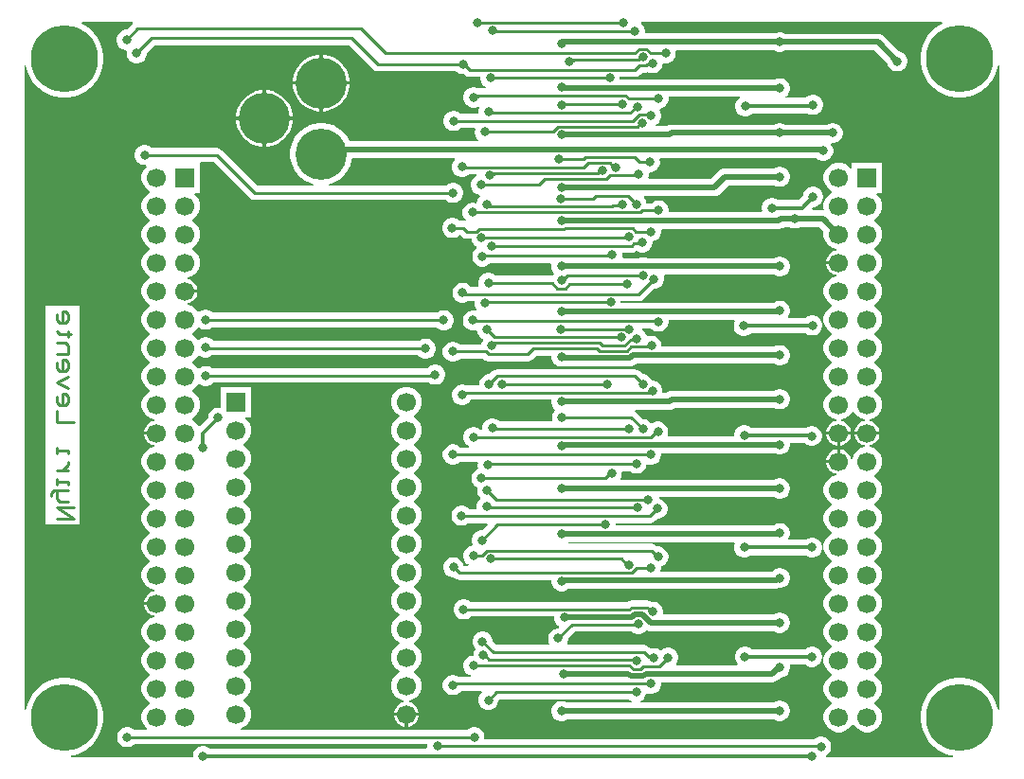
<source format=gbl>
G04*
G04 #@! TF.GenerationSoftware,Altium Limited,Altium Designer,24.2.2 (26)*
G04*
G04 Layer_Physical_Order=2*
G04 Layer_Color=16711680*
%FSLAX25Y25*%
%MOIN*%
G70*
G04*
G04 #@! TF.SameCoordinates,5F3C5C40-F4FD-4A7E-B3CF-B0B929BE72FD*
G04*
G04*
G04 #@! TF.FilePolarity,Positive*
G04*
G01*
G75*
%ADD13C,0.01000*%
%ADD33C,0.01968*%
%ADD34C,0.01378*%
%ADD35C,0.06693*%
%ADD36C,0.18000*%
%ADD37R,0.06693X0.06693*%
%ADD38R,0.06693X0.06693*%
%ADD39C,0.23622*%
%ADD40C,0.03150*%
G36*
X328918Y264266D02*
X327778Y263685D01*
X326023Y262410D01*
X324490Y260877D01*
X323215Y259122D01*
X322230Y257189D01*
X321560Y255127D01*
X321220Y252984D01*
Y250816D01*
X321560Y248673D01*
X322230Y246610D01*
X323215Y244678D01*
X324490Y242923D01*
X326023Y241390D01*
X327778Y240115D01*
X329711Y239130D01*
X331773Y238460D01*
X333915Y238121D01*
X336085D01*
X338227Y238460D01*
X340289Y239130D01*
X342222Y240115D01*
X343977Y241390D01*
X345510Y242923D01*
X346785Y244678D01*
X347770Y246610D01*
X348440Y248673D01*
X348566Y249467D01*
X349066Y249428D01*
Y22472D01*
X348566Y22433D01*
X348440Y23227D01*
X347770Y25289D01*
X346785Y27222D01*
X345510Y28977D01*
X343977Y30510D01*
X342222Y31785D01*
X340289Y32770D01*
X338227Y33440D01*
X336085Y33779D01*
X333915D01*
X331773Y33440D01*
X329711Y32770D01*
X327778Y31785D01*
X326023Y30510D01*
X324490Y28977D01*
X323215Y27222D01*
X322230Y25289D01*
X321560Y23227D01*
X321220Y21084D01*
Y18915D01*
X321560Y16773D01*
X322230Y14710D01*
X323215Y12778D01*
X324490Y11023D01*
X326023Y9490D01*
X327778Y8215D01*
X329711Y7230D01*
X331773Y6560D01*
X332567Y6434D01*
X332528Y5934D01*
X288037D01*
X287903Y6434D01*
X288476Y6765D01*
X289135Y7424D01*
X289602Y8232D01*
X289843Y9133D01*
Y10067D01*
X289602Y10968D01*
X289135Y11776D01*
X288476Y12435D01*
X287668Y12902D01*
X286767Y13143D01*
X285834D01*
X284932Y12902D01*
X284124Y12435D01*
X284006Y12317D01*
X167933D01*
X167843Y12433D01*
Y13366D01*
X167602Y14268D01*
X167135Y15076D01*
X166476Y15735D01*
X165668Y16202D01*
X164767Y16443D01*
X163833D01*
X162932Y16202D01*
X162124Y15735D01*
X161806Y15417D01*
X82031D01*
X81965Y15917D01*
X82451Y16047D01*
X83663Y16747D01*
X84653Y17737D01*
X85353Y18948D01*
X85715Y20300D01*
Y21700D01*
X85353Y23052D01*
X84653Y24263D01*
X83663Y25253D01*
X82870Y25711D01*
Y26289D01*
X83663Y26747D01*
X84653Y27736D01*
X85353Y28949D01*
X85715Y30300D01*
Y31700D01*
X85353Y33051D01*
X84653Y34264D01*
X83663Y35253D01*
X82870Y35711D01*
Y36289D01*
X83663Y36747D01*
X84653Y37736D01*
X85353Y38949D01*
X85715Y40300D01*
Y41700D01*
X85353Y43051D01*
X84653Y44263D01*
X83663Y45253D01*
X82870Y45711D01*
Y46289D01*
X83663Y46747D01*
X84653Y47736D01*
X85353Y48948D01*
X85715Y50300D01*
Y51700D01*
X85353Y53052D01*
X84653Y54264D01*
X83663Y55253D01*
X82870Y55711D01*
Y56289D01*
X83663Y56747D01*
X84653Y57736D01*
X85353Y58948D01*
X85715Y60300D01*
Y61700D01*
X85353Y63051D01*
X84653Y64263D01*
X83663Y65253D01*
X82870Y65711D01*
Y66289D01*
X83663Y66747D01*
X84653Y67737D01*
X85353Y68949D01*
X85715Y70300D01*
Y71700D01*
X85353Y73052D01*
X84653Y74264D01*
X83663Y75253D01*
X82870Y75711D01*
Y76289D01*
X83663Y76747D01*
X84653Y77737D01*
X85353Y78948D01*
X85715Y80300D01*
Y81700D01*
X85353Y83052D01*
X84653Y84263D01*
X83663Y85253D01*
X82870Y85711D01*
Y86289D01*
X83663Y86747D01*
X84653Y87736D01*
X85353Y88949D01*
X85715Y90300D01*
Y91700D01*
X85353Y93051D01*
X84653Y94263D01*
X83663Y95253D01*
X82870Y95711D01*
Y96289D01*
X83663Y96747D01*
X84653Y97737D01*
X85353Y98949D01*
X85715Y100300D01*
Y101700D01*
X85353Y103051D01*
X84653Y104263D01*
X83663Y105253D01*
X82870Y105711D01*
Y106289D01*
X83663Y106747D01*
X84653Y107737D01*
X85353Y108949D01*
X85715Y110300D01*
Y111700D01*
X85353Y113051D01*
X84653Y114263D01*
X83663Y115253D01*
X82870Y115711D01*
Y116289D01*
X83663Y116747D01*
X84653Y117737D01*
X85353Y118948D01*
X85715Y120300D01*
Y121700D01*
X85353Y123052D01*
X84653Y124263D01*
X83731Y125185D01*
X83828Y125685D01*
X85715D01*
Y136315D01*
X75085D01*
Y129215D01*
X74688Y128911D01*
X74567Y128943D01*
X73633D01*
X72732Y128702D01*
X71924Y128235D01*
X71265Y127576D01*
X70798Y126768D01*
X70557Y125866D01*
Y125290D01*
X67694Y122427D01*
X67198Y122493D01*
X66753Y123263D01*
X65763Y124253D01*
X64970Y124711D01*
Y125289D01*
X65763Y125747D01*
X66753Y126737D01*
X67453Y127948D01*
X67815Y129300D01*
Y130700D01*
X67453Y132052D01*
X66753Y133263D01*
X65763Y134253D01*
X64970Y134711D01*
Y135289D01*
X65763Y135747D01*
X66753Y136737D01*
X67023Y137205D01*
X67314Y137243D01*
X67608Y137217D01*
X68332Y136798D01*
X69234Y136557D01*
X70166D01*
X71068Y136798D01*
X71876Y137265D01*
X72444Y137833D01*
X148256D01*
X148324Y137765D01*
X149132Y137298D01*
X150033Y137057D01*
X150967D01*
X151868Y137298D01*
X152676Y137765D01*
X153335Y138424D01*
X153802Y139232D01*
X154043Y140134D01*
Y141067D01*
X153802Y141968D01*
X153335Y142776D01*
X152676Y143435D01*
X151868Y143902D01*
X150967Y144143D01*
X150033D01*
X149132Y143902D01*
X148324Y143435D01*
X147756Y142867D01*
X71944D01*
X71876Y142935D01*
X71068Y143402D01*
X70166Y143643D01*
X69234D01*
X68332Y143402D01*
X67524Y142935D01*
X67446Y142857D01*
X66950Y142922D01*
X66753Y143263D01*
X65763Y144253D01*
X64970Y144711D01*
Y145289D01*
X65763Y145747D01*
X66753Y146737D01*
X67041Y147236D01*
X67651Y147292D01*
X68332Y146898D01*
X69234Y146657D01*
X70166D01*
X71068Y146898D01*
X71876Y147365D01*
X71994Y147483D01*
X144406D01*
X144924Y146965D01*
X145732Y146498D01*
X146634Y146257D01*
X147566D01*
X148468Y146498D01*
X149276Y146965D01*
X149935Y147624D01*
X150402Y148432D01*
X150643Y149334D01*
Y150267D01*
X150402Y151168D01*
X149935Y151976D01*
X149276Y152635D01*
X148468Y153102D01*
X147566Y153343D01*
X146634D01*
X145732Y153102D01*
X144924Y152635D01*
X144806Y152517D01*
X72394D01*
X71876Y153035D01*
X71068Y153502D01*
X70166Y153743D01*
X69234D01*
X68332Y153502D01*
X67524Y153035D01*
X67409Y152920D01*
X66913Y152986D01*
X66753Y153263D01*
X65763Y154253D01*
X64970Y154711D01*
Y155289D01*
X65763Y155747D01*
X66753Y156737D01*
X66950Y157078D01*
X67446Y157143D01*
X67524Y157065D01*
X68332Y156598D01*
X69234Y156357D01*
X70166D01*
X71068Y156598D01*
X71876Y157065D01*
X72144Y157333D01*
X150956D01*
X151324Y156965D01*
X152132Y156498D01*
X153033Y156257D01*
X153966D01*
X154868Y156498D01*
X155676Y156965D01*
X156335Y157624D01*
X156802Y158432D01*
X157043Y159334D01*
Y160266D01*
X156802Y161168D01*
X156335Y161976D01*
X155676Y162635D01*
X154868Y163102D01*
X153966Y163343D01*
X153033D01*
X152132Y163102D01*
X151324Y162635D01*
X151056Y162367D01*
X72244D01*
X71876Y162735D01*
X71068Y163202D01*
X70166Y163443D01*
X69234D01*
X68332Y163202D01*
X67608Y162783D01*
X67314Y162757D01*
X67023Y162795D01*
X66753Y163263D01*
X65763Y164253D01*
X64552Y164953D01*
X63440Y165251D01*
Y165768D01*
X64172Y165964D01*
X65159Y166535D01*
X65965Y167341D01*
X66536Y168328D01*
X66825Y169409D01*
X62500D01*
Y170591D01*
X66825D01*
X66536Y171672D01*
X65965Y172659D01*
X65159Y173465D01*
X64172Y174036D01*
X63440Y174232D01*
Y174749D01*
X64552Y175047D01*
X65763Y175747D01*
X66753Y176737D01*
X67453Y177948D01*
X67815Y179300D01*
Y180700D01*
X67453Y182052D01*
X66753Y183263D01*
X65763Y184253D01*
X64970Y184711D01*
Y185289D01*
X65763Y185747D01*
X66753Y186737D01*
X67453Y187949D01*
X67815Y189300D01*
Y190700D01*
X67453Y192051D01*
X66753Y193263D01*
X65763Y194253D01*
X64970Y194711D01*
Y195289D01*
X65763Y195747D01*
X66753Y196737D01*
X67453Y197949D01*
X67815Y199300D01*
Y200700D01*
X67453Y202051D01*
X66753Y203263D01*
X65831Y204185D01*
X65927Y204685D01*
X67815D01*
Y214883D01*
X67815Y215315D01*
X68287Y215383D01*
X72598D01*
X85161Y202820D01*
X85978Y202275D01*
X86941Y202083D01*
X154306D01*
X154624Y201765D01*
X155432Y201298D01*
X156333Y201057D01*
X157266D01*
X158168Y201298D01*
X158976Y201765D01*
X159635Y202424D01*
X160102Y203232D01*
X160343Y204134D01*
Y205066D01*
X160102Y205968D01*
X159635Y206776D01*
X158976Y207435D01*
X158168Y207902D01*
X157266Y208143D01*
X156333D01*
X155432Y207902D01*
X154624Y207435D01*
X154306Y207117D01*
X113062D01*
X112969Y207602D01*
X114610Y208135D01*
X116149Y208919D01*
X117545Y209934D01*
X118766Y211155D01*
X119781Y212551D01*
X120565Y214090D01*
X121098Y215732D01*
X121273Y216830D01*
X157312D01*
X157519Y216330D01*
X157065Y215876D01*
X156598Y215068D01*
X156357Y214166D01*
Y213233D01*
X156598Y212332D01*
X157065Y211524D01*
X157724Y210865D01*
X158532Y210398D01*
X159433Y210157D01*
X160366D01*
X161268Y210398D01*
X162076Y210865D01*
X162294Y211083D01*
X164893D01*
X165027Y210583D01*
X164424Y210235D01*
X163765Y209576D01*
X163298Y208768D01*
X163057Y207867D01*
Y206933D01*
X163298Y206032D01*
X163765Y205224D01*
X164424Y204565D01*
X165232Y204098D01*
X166133Y203857D01*
X166165D01*
X166274Y203680D01*
X166346Y203357D01*
X165765Y202776D01*
X165298Y201968D01*
X165057Y201066D01*
X164997Y201021D01*
X164166Y201243D01*
X163233D01*
X162332Y201002D01*
X161524Y200535D01*
X160865Y199876D01*
X160398Y199068D01*
X160157Y198167D01*
Y197233D01*
X160398Y196332D01*
X160865Y195524D01*
X161235Y195154D01*
X160989Y194693D01*
X160367Y194817D01*
X158994D01*
X158676Y195135D01*
X157868Y195602D01*
X156966Y195843D01*
X156034D01*
X155132Y195602D01*
X154324Y195135D01*
X153665Y194476D01*
X153198Y193668D01*
X152957Y192766D01*
Y191833D01*
X153198Y190932D01*
X153665Y190124D01*
X154324Y189465D01*
X155132Y188998D01*
X156034Y188757D01*
X156966D01*
X157868Y188998D01*
X158676Y189465D01*
X158994Y189783D01*
X159324D01*
X159887Y189220D01*
X160704Y188675D01*
X161667Y188483D01*
X163257D01*
Y188333D01*
X163498Y187432D01*
X163965Y186624D01*
X164624Y185965D01*
X165079Y185702D01*
Y185125D01*
X164924Y185035D01*
X164265Y184376D01*
X163798Y183568D01*
X163557Y182667D01*
Y181734D01*
X163798Y180832D01*
X164265Y180024D01*
X164924Y179365D01*
X165732Y178898D01*
X166633Y178657D01*
X167567D01*
X168468Y178898D01*
X169276Y179365D01*
X169844Y179933D01*
X191151D01*
X191456Y179536D01*
X191357Y179166D01*
Y178234D01*
X191598Y177332D01*
X192065Y176524D01*
X192335Y176254D01*
X192065Y175984D01*
X191718Y175384D01*
X191552Y175417D01*
X171694D01*
X171376Y175735D01*
X170568Y176202D01*
X169667Y176443D01*
X168734D01*
X167832Y176202D01*
X167024Y175735D01*
X166365Y175076D01*
X165898Y174268D01*
X165657Y173366D01*
Y172433D01*
X165779Y171979D01*
X165395Y171479D01*
X162991D01*
X162935Y171576D01*
X162276Y172235D01*
X161468Y172702D01*
X160566Y172943D01*
X159634D01*
X158732Y172702D01*
X157924Y172235D01*
X157265Y171576D01*
X156798Y170768D01*
X156557Y169867D01*
Y168933D01*
X156798Y168032D01*
X157265Y167224D01*
X157924Y166565D01*
X158732Y166098D01*
X159634Y165857D01*
X160566D01*
X161468Y166098D01*
X162069Y166445D01*
X164243D01*
X164457Y166166D01*
Y165234D01*
X164698Y164332D01*
X165165Y163524D01*
X165170Y163519D01*
X164911Y163070D01*
X164267Y163243D01*
X163333D01*
X162432Y163002D01*
X161624Y162535D01*
X160965Y161876D01*
X160498Y161068D01*
X160257Y160167D01*
Y159233D01*
X160498Y158332D01*
X160965Y157524D01*
X161624Y156865D01*
X162432Y156398D01*
X163333Y156157D01*
X164267D01*
X164757Y156288D01*
X165257Y155933D01*
X165498Y155032D01*
X165965Y154224D01*
X166624Y153565D01*
X167096Y153292D01*
X167407Y153025D01*
X167271Y152640D01*
X166998Y152168D01*
X166757Y151267D01*
Y151217D01*
X159194D01*
X158876Y151535D01*
X158068Y152002D01*
X157167Y152243D01*
X156234D01*
X155332Y152002D01*
X154524Y151535D01*
X153865Y150876D01*
X153398Y150068D01*
X153157Y149167D01*
Y148233D01*
X153398Y147332D01*
X153865Y146524D01*
X154524Y145865D01*
X155332Y145398D01*
X156234Y145157D01*
X157167D01*
X158068Y145398D01*
X158876Y145865D01*
X159194Y146183D01*
X167310D01*
X167473Y146020D01*
X168289Y145475D01*
X169252Y145283D01*
X182974D01*
X183937Y145475D01*
X184754Y146020D01*
X185986Y147252D01*
X191357D01*
Y146441D01*
X191598Y145539D01*
X192065Y144731D01*
X192724Y144072D01*
X193532Y143605D01*
X194433Y143364D01*
X195367D01*
X195850Y143493D01*
X196219Y143445D01*
X219030D01*
X219801Y143546D01*
X220519Y143844D01*
X221136Y144317D01*
X221241Y144422D01*
X269772D01*
X270332Y144098D01*
X271234Y143857D01*
X272166D01*
X273068Y144098D01*
X273876Y144565D01*
X274535Y145224D01*
X275002Y146032D01*
X275243Y146933D01*
Y147866D01*
X275002Y148768D01*
X274535Y149576D01*
X273876Y150235D01*
X273068Y150702D01*
X272166Y150943D01*
X271234D01*
X270332Y150702D01*
X269772Y150378D01*
X230143D01*
Y151267D01*
X229902Y152168D01*
X229435Y152976D01*
X228776Y153635D01*
X227968Y154102D01*
X227066Y154343D01*
X226133D01*
X225455Y154162D01*
X224872Y154407D01*
X224802Y154668D01*
X224335Y155476D01*
X223676Y156135D01*
X223073Y156483D01*
X223207Y156983D01*
X226306D01*
X226824Y156465D01*
X227632Y155998D01*
X228534Y155757D01*
X229467D01*
X230368Y155998D01*
X231176Y156465D01*
X231835Y157124D01*
X232302Y157932D01*
X232543Y158834D01*
Y159766D01*
X232550Y159775D01*
X255707D01*
X255957Y159342D01*
X255798Y159068D01*
X255557Y158167D01*
Y157234D01*
X255798Y156332D01*
X256265Y155524D01*
X256924Y154865D01*
X257732Y154398D01*
X258633Y154157D01*
X259566D01*
X260468Y154398D01*
X261276Y154865D01*
X261531Y155120D01*
X280969D01*
X281024Y155065D01*
X281832Y154598D01*
X282733Y154357D01*
X283666D01*
X284568Y154598D01*
X285376Y155065D01*
X286035Y155724D01*
X286502Y156532D01*
X286743Y157433D01*
Y158367D01*
X286502Y159268D01*
X286035Y160076D01*
X285376Y160735D01*
X284568Y161202D01*
X283666Y161443D01*
X282733D01*
X281832Y161202D01*
X281024Y160735D01*
X280769Y160480D01*
X274719D01*
X274706Y160511D01*
X274568Y160980D01*
X275002Y161732D01*
X275243Y162634D01*
Y163567D01*
X275002Y164468D01*
X274535Y165276D01*
X273876Y165935D01*
X273068Y166402D01*
X272166Y166643D01*
X271234D01*
X270332Y166402D01*
X269524Y165935D01*
X269321Y165732D01*
X215743D01*
Y166445D01*
X222109D01*
X223073Y166637D01*
X223889Y167183D01*
X227509Y170803D01*
X227960D01*
X228861Y171045D01*
X229669Y171511D01*
X230329Y172171D01*
X230795Y172979D01*
X231037Y173880D01*
Y174813D01*
X230927Y175222D01*
X231311Y175722D01*
X269772D01*
X270332Y175398D01*
X271234Y175157D01*
X272166D01*
X273068Y175398D01*
X273876Y175865D01*
X274535Y176524D01*
X275002Y177332D01*
X275243Y178234D01*
Y179166D01*
X275002Y180068D01*
X274535Y180876D01*
X273876Y181535D01*
X273068Y182002D01*
X272166Y182243D01*
X271234D01*
X270332Y182002D01*
X269772Y181678D01*
X225439D01*
X225086Y181725D01*
X222314D01*
X221961Y181678D01*
X216605D01*
X216301Y182075D01*
X216343Y182234D01*
Y183167D01*
X216510Y183383D01*
X219548D01*
X220511Y183575D01*
X221327Y184120D01*
X221408Y184201D01*
X221971Y183876D01*
X222872Y183634D01*
X223805D01*
X224706Y183876D01*
X225514Y184342D01*
X226174Y185002D01*
X226641Y185810D01*
X226882Y186711D01*
Y187461D01*
X227768Y187698D01*
X228576Y188165D01*
X229235Y188824D01*
X229702Y189632D01*
X229943Y190533D01*
Y191466D01*
X229921Y191550D01*
X230225Y191946D01*
X271488D01*
X272259Y192048D01*
X272977Y192345D01*
X273338Y192622D01*
X275072D01*
X275632Y192298D01*
X276534Y192057D01*
X277467D01*
X278368Y192298D01*
X278928Y192622D01*
X285666D01*
X287270Y191018D01*
X287185Y190700D01*
Y189300D01*
X287547Y187949D01*
X288247Y186737D01*
X289236Y185747D01*
X290448Y185047D01*
X291560Y184749D01*
Y184232D01*
X290828Y184036D01*
X289841Y183465D01*
X289035Y182659D01*
X288464Y181672D01*
X288175Y180591D01*
X292500D01*
Y179409D01*
X288175D01*
X288464Y178328D01*
X289035Y177341D01*
X289841Y176535D01*
X290828Y175964D01*
X291560Y175768D01*
Y175251D01*
X290448Y174953D01*
X289236Y174253D01*
X288247Y173263D01*
X287547Y172052D01*
X287185Y170700D01*
Y169300D01*
X287547Y167948D01*
X288247Y166737D01*
X289236Y165747D01*
X290030Y165289D01*
Y164711D01*
X289236Y164253D01*
X288247Y163263D01*
X287547Y162051D01*
X287185Y160700D01*
Y159300D01*
X287547Y157949D01*
X288247Y156737D01*
X289236Y155747D01*
X290030Y155289D01*
Y154711D01*
X289236Y154253D01*
X288247Y153263D01*
X287547Y152051D01*
X287185Y150700D01*
Y149300D01*
X287547Y147949D01*
X288247Y146737D01*
X289236Y145747D01*
X290030Y145289D01*
Y144711D01*
X289236Y144253D01*
X288247Y143263D01*
X287547Y142051D01*
X287185Y140700D01*
Y139300D01*
X287547Y137949D01*
X288247Y136737D01*
X289236Y135747D01*
X290030Y135289D01*
Y134711D01*
X289236Y134253D01*
X288247Y133263D01*
X287547Y132052D01*
X287185Y130700D01*
Y129300D01*
X287547Y127948D01*
X288247Y126737D01*
X289236Y125747D01*
X290448Y125047D01*
X291560Y124749D01*
Y124232D01*
X290828Y124036D01*
X289841Y123465D01*
X289035Y122659D01*
X288464Y121672D01*
X288175Y120591D01*
X292500D01*
X296825D01*
X296536Y121672D01*
X295965Y122659D01*
X295159Y123465D01*
X294172Y124036D01*
X293440Y124232D01*
Y124749D01*
X294551Y125047D01*
X295763Y125747D01*
X296753Y126737D01*
X297211Y127530D01*
X297789D01*
X298247Y126737D01*
X299236Y125747D01*
X300448Y125047D01*
X301560Y124749D01*
Y124232D01*
X300828Y124036D01*
X299841Y123465D01*
X299035Y122659D01*
X298464Y121672D01*
X298175Y120591D01*
X302500D01*
X306825D01*
X306536Y121672D01*
X305965Y122659D01*
X305159Y123465D01*
X304172Y124036D01*
X303440Y124232D01*
Y124749D01*
X304552Y125047D01*
X305764Y125747D01*
X306753Y126737D01*
X307453Y127948D01*
X307815Y129300D01*
Y130700D01*
X307453Y132052D01*
X306753Y133263D01*
X305764Y134253D01*
X304970Y134711D01*
Y135289D01*
X305764Y135747D01*
X306753Y136737D01*
X307453Y137949D01*
X307815Y139300D01*
Y140700D01*
X307453Y142051D01*
X306753Y143263D01*
X305764Y144253D01*
X304970Y144711D01*
Y145289D01*
X305764Y145747D01*
X306753Y146737D01*
X307453Y147949D01*
X307815Y149300D01*
Y150700D01*
X307453Y152051D01*
X306753Y153263D01*
X305764Y154253D01*
X304970Y154711D01*
Y155289D01*
X305764Y155747D01*
X306753Y156737D01*
X307453Y157949D01*
X307815Y159300D01*
Y160700D01*
X307453Y162051D01*
X306753Y163263D01*
X305764Y164253D01*
X304970Y164711D01*
Y165289D01*
X305764Y165747D01*
X306753Y166737D01*
X307453Y167948D01*
X307815Y169300D01*
Y170700D01*
X307453Y172052D01*
X306753Y173263D01*
X305764Y174253D01*
X304970Y174711D01*
Y175289D01*
X305764Y175747D01*
X306753Y176737D01*
X307453Y177948D01*
X307815Y179300D01*
Y180700D01*
X307453Y182052D01*
X306753Y183263D01*
X305764Y184253D01*
X304970Y184711D01*
Y185289D01*
X305764Y185747D01*
X306753Y186737D01*
X307453Y187949D01*
X307815Y189300D01*
Y190700D01*
X307453Y192051D01*
X306753Y193263D01*
X305764Y194253D01*
X304970Y194711D01*
Y195289D01*
X305764Y195747D01*
X306753Y196737D01*
X307453Y197949D01*
X307815Y199300D01*
Y200700D01*
X307453Y202051D01*
X306753Y203263D01*
X305831Y204185D01*
X305928Y204685D01*
X307815D01*
Y215315D01*
X297185D01*
Y213428D01*
X296685Y213331D01*
X295763Y214253D01*
X294551Y214953D01*
X293200Y215315D01*
X291800D01*
X290448Y214953D01*
X289236Y214253D01*
X288247Y213264D01*
X287547Y212052D01*
X287185Y210700D01*
Y209300D01*
X287547Y207948D01*
X288247Y206736D01*
X289236Y205747D01*
X290030Y205289D01*
Y204711D01*
X289236Y204253D01*
X288247Y203263D01*
X287547Y202051D01*
X287185Y200700D01*
Y199300D01*
X287280Y198948D01*
X286990Y198618D01*
X286861Y198578D01*
X283222D01*
X283031Y199040D01*
X283647Y199657D01*
X283867D01*
X284768Y199898D01*
X285576Y200365D01*
X286235Y201024D01*
X286702Y201832D01*
X286943Y202733D01*
Y203666D01*
X286702Y204568D01*
X286235Y205376D01*
X285576Y206035D01*
X284768Y206502D01*
X283867Y206743D01*
X282933D01*
X282032Y206502D01*
X281224Y206035D01*
X280565Y205376D01*
X280098Y204568D01*
X279857Y203666D01*
Y203447D01*
X278440Y202030D01*
X271281D01*
X271176Y202135D01*
X270368Y202602D01*
X269466Y202843D01*
X268533D01*
X267632Y202602D01*
X266824Y202135D01*
X266165Y201476D01*
X265698Y200668D01*
X265457Y199767D01*
Y198834D01*
X265572Y198403D01*
X265189Y197903D01*
X232667D01*
X232643Y197933D01*
Y198866D01*
X232402Y199768D01*
X231935Y200576D01*
X231276Y201235D01*
X230468Y201702D01*
X229567Y201943D01*
X228633D01*
X227732Y201702D01*
X226924Y201235D01*
X226606Y200917D01*
X224843D01*
Y201115D01*
X224602Y202016D01*
X224135Y202824D01*
X223880Y203080D01*
X224087Y203580D01*
X248758D01*
X249529Y203681D01*
X250247Y203979D01*
X250864Y204452D01*
X253734Y207322D01*
X269772D01*
X270332Y206998D01*
X271234Y206757D01*
X272166D01*
X273068Y206998D01*
X273876Y207465D01*
X274535Y208124D01*
X275002Y208932D01*
X275243Y209834D01*
Y210767D01*
X275002Y211668D01*
X274535Y212476D01*
X273876Y213135D01*
X273068Y213602D01*
X272166Y213843D01*
X271234D01*
X270332Y213602D01*
X269772Y213278D01*
X252500D01*
X251729Y213177D01*
X251011Y212879D01*
X250394Y212406D01*
X250394Y212406D01*
X247524Y209536D01*
X225745D01*
X225418Y210036D01*
X225591Y210681D01*
Y211411D01*
X225591Y211614D01*
X226041Y211868D01*
X226458D01*
X227360Y212110D01*
X228168Y212576D01*
X228827Y213236D01*
X229294Y214044D01*
X229535Y214945D01*
Y215878D01*
X229414Y216330D01*
X229798Y216830D01*
X284559D01*
X284824Y216565D01*
X285632Y216098D01*
X286533Y215857D01*
X287467D01*
X288368Y216098D01*
X289176Y216565D01*
X289835Y217224D01*
X290302Y218032D01*
X290543Y218934D01*
Y219866D01*
X290302Y220768D01*
X289835Y221576D01*
X289732Y221679D01*
X289819Y221959D01*
X289961Y222157D01*
X290813D01*
X291714Y222398D01*
X292522Y222865D01*
X293182Y223524D01*
X293648Y224332D01*
X293890Y225234D01*
Y226167D01*
X293648Y227068D01*
X293182Y227876D01*
X292522Y228535D01*
X291714Y229002D01*
X290813Y229243D01*
X289880D01*
X288979Y229002D01*
X288418Y228678D01*
X273628D01*
X273068Y229002D01*
X272166Y229243D01*
X271234D01*
X270332Y229002D01*
X269772Y228678D01*
X233623D01*
X232852Y228577D01*
X232134Y228279D01*
X231812Y228032D01*
X228142D01*
X228090Y228107D01*
X228237Y228769D01*
X228576Y228965D01*
X229235Y229624D01*
X229702Y230432D01*
X229943Y231333D01*
Y232266D01*
X229702Y233168D01*
X229362Y233757D01*
X229399Y233936D01*
X229576Y234269D01*
X229604Y234294D01*
X230368Y234498D01*
X231176Y234965D01*
X231835Y235624D01*
X232302Y236432D01*
X232543Y237333D01*
Y238266D01*
X232789Y238587D01*
X257552D01*
X257686Y238087D01*
X257424Y237935D01*
X256765Y237276D01*
X256298Y236468D01*
X256057Y235566D01*
Y234633D01*
X256298Y233732D01*
X256765Y232924D01*
X257424Y232265D01*
X258232Y231798D01*
X259134Y231557D01*
X260067D01*
X260968Y231798D01*
X261776Y232265D01*
X262181Y232670D01*
X281389D01*
X282032Y232298D01*
X282933Y232057D01*
X283867D01*
X284768Y232298D01*
X285576Y232765D01*
X286235Y233424D01*
X286702Y234232D01*
X286943Y235134D01*
Y236067D01*
X286702Y236968D01*
X286235Y237776D01*
X285576Y238435D01*
X284768Y238902D01*
X283867Y239143D01*
X282933D01*
X282032Y238902D01*
X281224Y238435D01*
X280819Y238030D01*
X273950D01*
X273816Y238530D01*
X273876Y238565D01*
X274535Y239224D01*
X275002Y240032D01*
X275243Y240933D01*
Y241866D01*
X275002Y242768D01*
X274535Y243576D01*
X273876Y244235D01*
X273068Y244702D01*
X272166Y244943D01*
X271234D01*
X270332Y244702D01*
X270057Y244543D01*
X215513D01*
X215443Y244634D01*
Y245459D01*
X220852D01*
X221815Y245650D01*
X222632Y246196D01*
X223457Y247021D01*
X224786D01*
X225338Y247131D01*
X225564Y247001D01*
X226465Y246759D01*
X227398D01*
X228299Y247001D01*
X229107Y247467D01*
X229767Y248127D01*
X230233Y248935D01*
X230475Y249836D01*
Y249976D01*
X230872Y250280D01*
X231134Y250210D01*
X232066D01*
X232968Y250452D01*
X233776Y250918D01*
X234435Y251578D01*
X234902Y252386D01*
X235143Y253287D01*
Y254220D01*
X235107Y254356D01*
X235411Y254752D01*
X269819D01*
X270432Y254398D01*
X271334Y254157D01*
X272267D01*
X273168Y254398D01*
X273728Y254722D01*
X305066D01*
X309631Y250157D01*
X309798Y249532D01*
X310265Y248724D01*
X310924Y248065D01*
X311732Y247598D01*
X312633Y247357D01*
X313566D01*
X314468Y247598D01*
X315276Y248065D01*
X315935Y248724D01*
X316402Y249532D01*
X316643Y250433D01*
Y251366D01*
X316402Y252268D01*
X315935Y253076D01*
X315276Y253735D01*
X314468Y254202D01*
X313843Y254369D01*
X308406Y259806D01*
X307789Y260279D01*
X307071Y260577D01*
X306300Y260678D01*
X273728D01*
X273168Y261002D01*
X272267Y261243D01*
X271334D01*
X270432Y261002D01*
X269925Y260709D01*
X224492D01*
X224243Y261034D01*
Y261966D01*
X224002Y262868D01*
X223535Y263676D01*
X222945Y264266D01*
X223043Y264766D01*
X328797D01*
X328918Y264266D01*
D02*
G37*
G36*
X44149D02*
X44020Y264180D01*
X41884Y262043D01*
X41434D01*
X40532Y261802D01*
X39724Y261335D01*
X39065Y260676D01*
X38598Y259868D01*
X38357Y258966D01*
Y258033D01*
X38598Y257132D01*
X39065Y256324D01*
X39724Y255665D01*
X40532Y255198D01*
X41434Y254957D01*
X41631D01*
X41935Y254560D01*
X41857Y254267D01*
Y253333D01*
X42098Y252432D01*
X42565Y251624D01*
X43224Y250965D01*
X44032Y250498D01*
X44934Y250257D01*
X45867D01*
X46768Y250498D01*
X47576Y250965D01*
X48235Y251624D01*
X48702Y252432D01*
X48943Y253333D01*
Y253784D01*
X51842Y256683D01*
X119957D01*
X128520Y248120D01*
X129337Y247575D01*
X130300Y247383D01*
X157806D01*
X158124Y247065D01*
X158932Y246598D01*
X159834Y246357D01*
X160766D01*
X160780Y246360D01*
X160944Y246196D01*
X161761Y245650D01*
X162724Y245459D01*
X166457D01*
Y244634D01*
X166698Y243732D01*
X167165Y242924D01*
X167824Y242265D01*
X168483Y241884D01*
X168349Y241384D01*
X165661D01*
X165594Y241371D01*
X165368Y241502D01*
X164467Y241743D01*
X163533D01*
X162632Y241502D01*
X161824Y241035D01*
X161165Y240376D01*
X160698Y239568D01*
X160457Y238667D01*
Y237734D01*
X160698Y236832D01*
X161165Y236024D01*
X161824Y235365D01*
X162632Y234898D01*
X163533Y234657D01*
X164467D01*
X165368Y234898D01*
X165593Y235028D01*
X165959Y234662D01*
X165931Y234614D01*
X165690Y233713D01*
Y232780D01*
X165411Y232417D01*
X159494D01*
X159176Y232735D01*
X158368Y233202D01*
X157466Y233443D01*
X156534D01*
X155632Y233202D01*
X154824Y232735D01*
X154165Y232076D01*
X153698Y231268D01*
X153457Y230366D01*
Y229433D01*
X153698Y228532D01*
X154165Y227724D01*
X154824Y227065D01*
X155632Y226598D01*
X156534Y226357D01*
X157466D01*
X158368Y226598D01*
X159176Y227065D01*
X159494Y227383D01*
X164265D01*
X164569Y226987D01*
X164457Y226567D01*
Y225634D01*
X164698Y224732D01*
X165165Y223924D01*
X165802Y223287D01*
X165796Y223185D01*
X165652Y222787D01*
X120424D01*
X119781Y224049D01*
X118766Y225446D01*
X117545Y226666D01*
X116149Y227681D01*
X114610Y228465D01*
X112969Y228998D01*
X111263Y229269D01*
X109537D01*
X107832Y228998D01*
X106190Y228465D01*
X104651Y227681D01*
X103254Y226666D01*
X102034Y225446D01*
X101019Y224049D01*
X100235Y222510D01*
X99702Y220868D01*
X99432Y219163D01*
Y217437D01*
X99702Y215732D01*
X100235Y214090D01*
X101019Y212551D01*
X102034Y211155D01*
X103254Y209934D01*
X104651Y208919D01*
X106190Y208135D01*
X107832Y207602D01*
X107738Y207117D01*
X87983D01*
X75420Y219680D01*
X74604Y220225D01*
X73641Y220417D01*
X50794D01*
X50476Y220735D01*
X49668Y221202D01*
X48766Y221443D01*
X47833D01*
X46932Y221202D01*
X46124Y220735D01*
X45465Y220076D01*
X44998Y219268D01*
X44757Y218367D01*
Y217434D01*
X44998Y216532D01*
X45465Y215724D01*
X46124Y215065D01*
X46932Y214598D01*
X47833Y214357D01*
X48633D01*
X48836Y214005D01*
X48862Y213878D01*
X48247Y213264D01*
X47547Y212052D01*
X47185Y210700D01*
Y209300D01*
X47547Y207948D01*
X48247Y206736D01*
X49237Y205747D01*
X50030Y205289D01*
Y204711D01*
X49237Y204253D01*
X48247Y203263D01*
X47547Y202051D01*
X47185Y200700D01*
Y199300D01*
X47547Y197949D01*
X48247Y196737D01*
X49237Y195747D01*
X50030Y195289D01*
Y194711D01*
X49237Y194253D01*
X48247Y193263D01*
X47547Y192051D01*
X47185Y190700D01*
Y189300D01*
X47547Y187949D01*
X48247Y186737D01*
X49237Y185747D01*
X50030Y185289D01*
Y184711D01*
X49237Y184253D01*
X48247Y183263D01*
X47547Y182052D01*
X47185Y180700D01*
Y179300D01*
X47547Y177948D01*
X48247Y176737D01*
X49237Y175747D01*
X50030Y175289D01*
Y174711D01*
X49237Y174253D01*
X48247Y173263D01*
X47547Y172052D01*
X47185Y170700D01*
Y169300D01*
X47547Y167948D01*
X48247Y166737D01*
X49237Y165747D01*
X50030Y165289D01*
Y164711D01*
X49237Y164253D01*
X48247Y163263D01*
X47547Y162051D01*
X47185Y160700D01*
Y159300D01*
X47547Y157949D01*
X48247Y156737D01*
X49237Y155747D01*
X50030Y155289D01*
Y154711D01*
X49237Y154253D01*
X48247Y153263D01*
X47547Y152051D01*
X47185Y150700D01*
Y149300D01*
X47547Y147949D01*
X48247Y146737D01*
X49237Y145747D01*
X50030Y145289D01*
Y144711D01*
X49237Y144253D01*
X48247Y143263D01*
X47547Y142051D01*
X47185Y140700D01*
Y139300D01*
X47547Y137949D01*
X48247Y136737D01*
X49237Y135747D01*
X50030Y135289D01*
Y134711D01*
X49237Y134253D01*
X48247Y133263D01*
X47547Y132052D01*
X47185Y130700D01*
Y129300D01*
X47547Y127948D01*
X48247Y126737D01*
X49237Y125747D01*
X50449Y125047D01*
X51560Y124749D01*
Y124232D01*
X50828Y124036D01*
X49841Y123465D01*
X49035Y122659D01*
X48464Y121672D01*
X48175Y120591D01*
X52500D01*
Y119409D01*
X48175D01*
X48464Y118328D01*
X49035Y117341D01*
X49841Y116535D01*
X50828Y115964D01*
X51560Y115768D01*
Y115251D01*
X50449Y114953D01*
X49237Y114253D01*
X48247Y113263D01*
X47547Y112051D01*
X47185Y110700D01*
Y109300D01*
X47547Y107949D01*
X48247Y106737D01*
X49237Y105747D01*
X50030Y105289D01*
Y104711D01*
X49237Y104253D01*
X48247Y103263D01*
X47547Y102051D01*
X47185Y100700D01*
Y99300D01*
X47547Y97948D01*
X48247Y96737D01*
X49237Y95747D01*
X50030Y95289D01*
Y94711D01*
X49237Y94253D01*
X48247Y93264D01*
X47547Y92052D01*
X47185Y90700D01*
Y89300D01*
X47547Y87949D01*
X48247Y86737D01*
X49237Y85747D01*
X50030Y85289D01*
Y84711D01*
X49237Y84253D01*
X48247Y83263D01*
X47547Y82051D01*
X47185Y80700D01*
Y79300D01*
X47547Y77948D01*
X48247Y76736D01*
X49237Y75747D01*
X50030Y75289D01*
Y74711D01*
X49237Y74253D01*
X48247Y73264D01*
X47547Y72052D01*
X47185Y70700D01*
Y69300D01*
X47547Y67949D01*
X48247Y66737D01*
X49237Y65747D01*
X50449Y65047D01*
X51560Y64749D01*
Y64232D01*
X50828Y64036D01*
X49841Y63465D01*
X49035Y62659D01*
X48464Y61672D01*
X48175Y60590D01*
X52500D01*
Y59409D01*
X48175D01*
X48464Y58328D01*
X49035Y57341D01*
X49841Y56535D01*
X50828Y55964D01*
X51560Y55768D01*
Y55251D01*
X50449Y54953D01*
X49237Y54253D01*
X48247Y53263D01*
X47547Y52052D01*
X47185Y50700D01*
Y49300D01*
X47547Y47949D01*
X48247Y46736D01*
X49237Y45747D01*
X50030Y45289D01*
Y44711D01*
X49237Y44253D01*
X48247Y43264D01*
X47547Y42052D01*
X47185Y40700D01*
Y39300D01*
X47547Y37949D01*
X48247Y36737D01*
X49237Y35747D01*
X50030Y35289D01*
Y34711D01*
X49237Y34253D01*
X48247Y33263D01*
X47547Y32052D01*
X47185Y30700D01*
Y29300D01*
X47547Y27948D01*
X48247Y26737D01*
X49237Y25747D01*
X50030Y25289D01*
Y24711D01*
X49237Y24253D01*
X48247Y23264D01*
X47547Y22051D01*
X47185Y20700D01*
Y19300D01*
X47547Y17948D01*
X48247Y16736D01*
X49067Y15917D01*
X48860Y15417D01*
X44594D01*
X44276Y15735D01*
X43468Y16202D01*
X42566Y16443D01*
X41633D01*
X40732Y16202D01*
X39924Y15735D01*
X39265Y15076D01*
X38798Y14268D01*
X38557Y13366D01*
Y12433D01*
X38798Y11532D01*
X39265Y10724D01*
X39924Y10065D01*
X40732Y9598D01*
X41633Y9357D01*
X42566D01*
X43468Y9598D01*
X44276Y10065D01*
X44594Y10383D01*
X147757D01*
Y9533D01*
X147799Y9377D01*
X147494Y8980D01*
X71130D01*
X70976Y9135D01*
X70168Y9601D01*
X69266Y9843D01*
X68334D01*
X67432Y9601D01*
X66624Y9135D01*
X65965Y8475D01*
X65498Y7667D01*
X65257Y6766D01*
Y5934D01*
X22472D01*
X22433Y6434D01*
X23227Y6560D01*
X25289Y7230D01*
X27222Y8215D01*
X28977Y9490D01*
X30510Y11023D01*
X31785Y12778D01*
X32770Y14710D01*
X33440Y16773D01*
X33779Y18915D01*
Y21084D01*
X33440Y23227D01*
X32770Y25289D01*
X31785Y27222D01*
X30510Y28977D01*
X28977Y30510D01*
X27222Y31785D01*
X25289Y32770D01*
X23227Y33440D01*
X21084Y33779D01*
X18915D01*
X16773Y33440D01*
X14710Y32770D01*
X12778Y31785D01*
X11023Y30510D01*
X9490Y28977D01*
X8215Y27222D01*
X7230Y25289D01*
X6560Y23227D01*
X6434Y22433D01*
X5934Y22472D01*
Y249428D01*
X6434Y249467D01*
X6560Y248673D01*
X7230Y246610D01*
X8215Y244678D01*
X9490Y242923D01*
X11023Y241390D01*
X12778Y240115D01*
X14710Y239130D01*
X16773Y238460D01*
X18915Y238121D01*
X21084D01*
X23227Y238460D01*
X25289Y239130D01*
X27222Y240115D01*
X28977Y241390D01*
X30510Y242923D01*
X31785Y244678D01*
X32770Y246610D01*
X33440Y248673D01*
X33779Y250816D01*
Y252984D01*
X33440Y255127D01*
X32770Y257189D01*
X31785Y259122D01*
X30510Y260877D01*
X28977Y262410D01*
X27222Y263685D01*
X26083Y264266D01*
X26203Y264766D01*
X43998D01*
X44149Y264266D01*
D02*
G37*
%LPC*%
G36*
X220725Y142541D02*
X172262D01*
X171299Y142350D01*
X170483Y141804D01*
X169384Y140706D01*
X168933D01*
X168032Y140464D01*
X167224Y139998D01*
X166565Y139338D01*
X166098Y138530D01*
X165857Y137629D01*
Y136817D01*
X161382D01*
X161341Y136809D01*
X160467Y137043D01*
X159534D01*
X158632Y136802D01*
X157824Y136335D01*
X157165Y135676D01*
X156698Y134868D01*
X156457Y133967D01*
Y133034D01*
X156698Y132132D01*
X157165Y131324D01*
X157824Y130665D01*
X158632Y130198D01*
X159534Y129957D01*
X160467D01*
X161368Y130198D01*
X162176Y130665D01*
X162835Y131324D01*
X163100Y131783D01*
X191219D01*
X191357Y131604D01*
Y130671D01*
X191598Y129770D01*
X192065Y128962D01*
X192724Y128303D01*
X192744Y128155D01*
X192265Y127676D01*
X191798Y126868D01*
X191557Y125967D01*
Y125033D01*
X191682Y124567D01*
X191298Y124067D01*
X173244D01*
X172776Y124535D01*
X171968Y125002D01*
X171066Y125243D01*
X170133D01*
X169232Y125002D01*
X168424Y124535D01*
X167765Y123876D01*
X167298Y123068D01*
X167057Y122167D01*
Y121233D01*
X167008Y121170D01*
X166465Y121145D01*
X166176Y121435D01*
X165368Y121902D01*
X164467Y122143D01*
X163533D01*
X162632Y121902D01*
X161824Y121435D01*
X161165Y120776D01*
X160698Y119968D01*
X160457Y119067D01*
Y118133D01*
X160698Y117232D01*
X161165Y116424D01*
X161824Y115765D01*
X162340Y115467D01*
X162206Y114967D01*
X159244D01*
X158876Y115335D01*
X158068Y115802D01*
X157167Y116043D01*
X156234D01*
X155332Y115802D01*
X154524Y115335D01*
X153865Y114676D01*
X153398Y113868D01*
X153157Y112967D01*
Y112033D01*
X153398Y111132D01*
X153865Y110324D01*
X154524Y109665D01*
X155332Y109198D01*
X156234Y108957D01*
X157167D01*
X158068Y109198D01*
X158876Y109665D01*
X159144Y109933D01*
X165225D01*
X165529Y109537D01*
X165457Y109266D01*
Y108334D01*
X165688Y107470D01*
X165432Y107402D01*
X164624Y106935D01*
X163965Y106276D01*
X163498Y105468D01*
X163257Y104567D01*
Y103633D01*
X163498Y102732D01*
X163965Y101924D01*
X164624Y101265D01*
X165380Y100828D01*
X165257Y100366D01*
Y99433D01*
X165498Y98532D01*
X165965Y97724D01*
X166267Y97422D01*
X166424Y96935D01*
X166264Y96775D01*
X165765Y96276D01*
X165298Y95468D01*
X165057Y94567D01*
Y93634D01*
X164843Y93355D01*
X162356D01*
X161976Y93735D01*
X161168Y94202D01*
X160266Y94443D01*
X159334D01*
X158432Y94202D01*
X157624Y93735D01*
X156965Y93076D01*
X156498Y92268D01*
X156257Y91366D01*
Y90434D01*
X156498Y89532D01*
X156965Y88724D01*
X157624Y88065D01*
X158432Y87598D01*
X159334Y87357D01*
X160266D01*
X161168Y87598D01*
X161976Y88065D01*
X162232Y88321D01*
X168708D01*
X168900Y87859D01*
X166884Y85843D01*
X166434D01*
X165532Y85602D01*
X164724Y85135D01*
X164065Y84476D01*
X163598Y83668D01*
X163357Y82766D01*
Y81833D01*
X163598Y80932D01*
X163680Y80790D01*
X163384Y80303D01*
X162632Y80102D01*
X161824Y79635D01*
X161165Y78976D01*
X160698Y78168D01*
X160457Y77267D01*
Y76333D01*
X160698Y75432D01*
X161165Y74624D01*
X161824Y73965D01*
X162188Y73755D01*
X162054Y73255D01*
X160443D01*
Y73267D01*
X160202Y74168D01*
X159735Y74976D01*
X159076Y75635D01*
X158268Y76102D01*
X157367Y76343D01*
X156433D01*
X155532Y76102D01*
X154724Y75635D01*
X154065Y74976D01*
X153598Y74168D01*
X153357Y73267D01*
Y72334D01*
X153598Y71432D01*
X154065Y70624D01*
X154724Y69965D01*
X155532Y69498D01*
X156433Y69257D01*
X157108D01*
X157406Y68958D01*
X158223Y68413D01*
X159186Y68221D01*
X159186Y68221D01*
X191357D01*
Y67409D01*
X191598Y66508D01*
X192065Y65700D01*
X192724Y65040D01*
X193532Y64574D01*
X194433Y64332D01*
X195367D01*
X196268Y64574D01*
X197076Y65040D01*
X197326Y65291D01*
X270650D01*
X271421Y65393D01*
X271575Y65457D01*
X272166D01*
X273068Y65698D01*
X273876Y66165D01*
X274535Y66824D01*
X275002Y67632D01*
X275243Y68533D01*
Y69467D01*
X275002Y70368D01*
X274535Y71176D01*
X273876Y71835D01*
X273068Y72302D01*
X272166Y72543D01*
X271234D01*
X270332Y72302D01*
X269524Y71835D01*
X268936Y71248D01*
X230117D01*
X229812Y71644D01*
X229943Y72133D01*
Y73067D01*
X229939Y73083D01*
X230368Y73198D01*
X231176Y73665D01*
X231835Y74324D01*
X232302Y75132D01*
X232543Y76034D01*
Y76967D01*
X232302Y77868D01*
X231835Y78676D01*
X231176Y79335D01*
X230368Y79802D01*
X229467Y80043D01*
X228792D01*
X228493Y80342D01*
X227677Y80888D01*
X226714Y81079D01*
X197474D01*
X197228Y81579D01*
X197260Y81622D01*
X255818D01*
X256068Y81189D01*
X255998Y81068D01*
X255757Y80167D01*
Y79233D01*
X255998Y78332D01*
X256465Y77524D01*
X257124Y76865D01*
X257932Y76398D01*
X258834Y76157D01*
X259767D01*
X260668Y76398D01*
X261476Y76865D01*
X261631Y77020D01*
X280769D01*
X280924Y76865D01*
X281732Y76398D01*
X282633Y76157D01*
X283566D01*
X284468Y76398D01*
X285276Y76865D01*
X285935Y77524D01*
X286402Y78332D01*
X286643Y79233D01*
Y80167D01*
X286402Y81068D01*
X285935Y81876D01*
X285276Y82535D01*
X284468Y83002D01*
X283566Y83243D01*
X282633D01*
X281732Y83002D01*
X280924Y82535D01*
X280769Y82380D01*
X274972D01*
X274683Y82880D01*
X275002Y83432D01*
X275243Y84333D01*
Y85267D01*
X275002Y86168D01*
X274535Y86976D01*
X273876Y87635D01*
X273068Y88102D01*
X272166Y88343D01*
X271234D01*
X270332Y88102D01*
X269524Y87635D01*
X269467Y87578D01*
X214043D01*
Y88321D01*
X226138D01*
X227101Y88512D01*
X227918Y89058D01*
X228692Y89833D01*
X229143D01*
X230044Y90074D01*
X230852Y90541D01*
X231511Y91201D01*
X231978Y92009D01*
X232219Y92910D01*
Y93843D01*
X231978Y94744D01*
X231511Y95552D01*
X230852Y96211D01*
X230044Y96678D01*
X229233Y96895D01*
X229188Y96972D01*
X229397Y97393D01*
X229509Y97472D01*
X269859D01*
X270332Y97198D01*
X271234Y96957D01*
X272166D01*
X273068Y97198D01*
X273876Y97665D01*
X274535Y98324D01*
X275002Y99132D01*
X275243Y100033D01*
Y100967D01*
X275002Y101868D01*
X274535Y102676D01*
X273876Y103335D01*
X273068Y103802D01*
X272166Y104043D01*
X271234D01*
X270332Y103802D01*
X269685Y103428D01*
X215899D01*
X215611Y103928D01*
X215902Y104432D01*
X216143Y105333D01*
Y106266D01*
X216348Y106533D01*
X219056D01*
X219124Y106465D01*
X219932Y105998D01*
X220833Y105757D01*
X221766D01*
X222668Y105998D01*
X223476Y106465D01*
X224135Y107124D01*
X224602Y107932D01*
X224823Y108760D01*
X224864Y108845D01*
X225343Y109115D01*
X225934Y108957D01*
X226867D01*
X227768Y109198D01*
X228576Y109665D01*
X229235Y110324D01*
X229702Y111132D01*
X229943Y112033D01*
Y112868D01*
X270038D01*
X270332Y112698D01*
X271234Y112457D01*
X272166D01*
X273068Y112698D01*
X273876Y113165D01*
X274535Y113824D01*
X275002Y114632D01*
X275243Y115533D01*
Y116416D01*
X280573D01*
X280824Y116165D01*
X281632Y115698D01*
X282534Y115457D01*
X283467D01*
X284368Y115698D01*
X285176Y116165D01*
X285835Y116824D01*
X286302Y117632D01*
X286543Y118534D01*
Y119466D01*
X286302Y120368D01*
X285835Y121176D01*
X285176Y121835D01*
X284368Y122302D01*
X283467Y122543D01*
X282534D01*
X281632Y122302D01*
X280824Y121835D01*
X280766Y121777D01*
X261727D01*
X261476Y122028D01*
X260668Y122495D01*
X259767Y122736D01*
X258834D01*
X257932Y122495D01*
X257124Y122028D01*
X256465Y121369D01*
X255998Y120561D01*
X255757Y119659D01*
Y118825D01*
X232548D01*
X232253Y119325D01*
X232443Y120034D01*
Y120966D01*
X232202Y121868D01*
X231735Y122676D01*
X231076Y123335D01*
X230268Y123802D01*
X229366Y124043D01*
X228433D01*
X227532Y123802D01*
X226724Y123335D01*
X226562Y123357D01*
X226435Y123576D01*
X225776Y124235D01*
X224968Y124702D01*
X224066Y124943D01*
X223616D01*
X221280Y127280D01*
X220711Y127660D01*
X220863Y128160D01*
X232919D01*
X233690Y128261D01*
X234408Y128559D01*
X234881Y128922D01*
X269772D01*
X270332Y128598D01*
X271234Y128357D01*
X272166D01*
X273068Y128598D01*
X273876Y129065D01*
X274535Y129724D01*
X275002Y130532D01*
X275243Y131433D01*
Y132367D01*
X275002Y133268D01*
X274535Y134076D01*
X273876Y134735D01*
X273068Y135202D01*
X272166Y135443D01*
X271234D01*
X270332Y135202D01*
X269772Y134878D01*
X233681D01*
X233681Y134878D01*
X232910Y134777D01*
X232192Y134479D01*
X231719Y134116D01*
X230718D01*
X230413Y134513D01*
X230418Y134529D01*
Y135462D01*
X230176Y136363D01*
X229710Y137171D01*
X229050Y137831D01*
X228242Y138298D01*
X227341Y138539D01*
X226884D01*
X226422Y139338D01*
X225763Y139998D01*
X224955Y140464D01*
X224054Y140706D01*
X223603D01*
X222505Y141804D01*
X221688Y142350D01*
X220725Y142541D01*
D02*
G37*
G36*
X296825Y119409D02*
X293091D01*
Y115675D01*
X294172Y115964D01*
X295159Y116535D01*
X295965Y117341D01*
X296536Y118328D01*
X296825Y119409D01*
D02*
G37*
G36*
X291910D02*
X288175D01*
X288464Y118328D01*
X289035Y117341D01*
X289841Y116535D01*
X290828Y115964D01*
X291910Y115675D01*
Y119409D01*
D02*
G37*
G36*
X306825D02*
X302500D01*
X298175D01*
X298464Y118328D01*
X299035Y117341D01*
X299841Y116535D01*
X300828Y115964D01*
X301560Y115768D01*
Y115251D01*
X300448Y114953D01*
X299236Y114253D01*
X298247Y113263D01*
X297547Y112051D01*
X297249Y110940D01*
X296732D01*
X296536Y111672D01*
X295965Y112659D01*
X295159Y113465D01*
X294172Y114036D01*
X293091Y114325D01*
Y110000D01*
X292500D01*
Y109409D01*
X288175D01*
X288464Y108328D01*
X289035Y107341D01*
X289841Y106535D01*
X290828Y105964D01*
X291560Y105768D01*
Y105251D01*
X290448Y104953D01*
X289236Y104253D01*
X288247Y103263D01*
X287547Y102051D01*
X287185Y100700D01*
Y99300D01*
X287547Y97948D01*
X288247Y96737D01*
X289236Y95747D01*
X290030Y95289D01*
Y94711D01*
X289236Y94253D01*
X288247Y93264D01*
X287547Y92052D01*
X287185Y90700D01*
Y89300D01*
X287547Y87949D01*
X288247Y86737D01*
X289236Y85747D01*
X290030Y85289D01*
Y84711D01*
X289236Y84253D01*
X288247Y83263D01*
X287547Y82051D01*
X287185Y80700D01*
Y79300D01*
X287547Y77948D01*
X288247Y76736D01*
X289236Y75747D01*
X290030Y75289D01*
Y74711D01*
X289236Y74253D01*
X288247Y73264D01*
X287547Y72052D01*
X287185Y70700D01*
Y69300D01*
X287547Y67949D01*
X288247Y66737D01*
X289236Y65747D01*
X290030Y65289D01*
Y64711D01*
X289236Y64253D01*
X288247Y63263D01*
X287547Y62051D01*
X287185Y60700D01*
Y59300D01*
X287547Y57948D01*
X288247Y56736D01*
X289236Y55747D01*
X290030Y55289D01*
Y54711D01*
X289236Y54253D01*
X288247Y53263D01*
X287547Y52052D01*
X287185Y50700D01*
Y49300D01*
X287547Y47949D01*
X288247Y46736D01*
X289236Y45747D01*
X290030Y45289D01*
Y44711D01*
X289236Y44253D01*
X288247Y43264D01*
X287547Y42052D01*
X287185Y40700D01*
Y39300D01*
X287547Y37949D01*
X288247Y36737D01*
X289236Y35747D01*
X290030Y35289D01*
Y34711D01*
X289236Y34253D01*
X288247Y33263D01*
X287547Y32052D01*
X287185Y30700D01*
Y29300D01*
X287547Y27948D01*
X288247Y26737D01*
X289236Y25747D01*
X290030Y25289D01*
Y24711D01*
X289236Y24253D01*
X288247Y23264D01*
X287547Y22051D01*
X287185Y20700D01*
Y19300D01*
X287547Y17948D01*
X288247Y16736D01*
X289236Y15747D01*
X290448Y15047D01*
X291800Y14685D01*
X293200D01*
X294551Y15047D01*
X295763Y15747D01*
X296753Y16736D01*
X297211Y17530D01*
X297789D01*
X298247Y16736D01*
X299236Y15747D01*
X300448Y15047D01*
X301800Y14685D01*
X303200D01*
X304552Y15047D01*
X305764Y15747D01*
X306753Y16736D01*
X307453Y17948D01*
X307815Y19300D01*
Y20700D01*
X307453Y22051D01*
X306753Y23264D01*
X305764Y24253D01*
X304970Y24711D01*
Y25289D01*
X305764Y25747D01*
X306753Y26737D01*
X307453Y27948D01*
X307815Y29300D01*
Y30700D01*
X307453Y32052D01*
X306753Y33263D01*
X305764Y34253D01*
X304970Y34711D01*
Y35289D01*
X305764Y35747D01*
X306753Y36737D01*
X307453Y37949D01*
X307815Y39300D01*
Y40700D01*
X307453Y42052D01*
X306753Y43264D01*
X305764Y44253D01*
X304970Y44711D01*
Y45289D01*
X305764Y45747D01*
X306753Y46736D01*
X307453Y47949D01*
X307815Y49300D01*
Y50700D01*
X307453Y52052D01*
X306753Y53263D01*
X305764Y54253D01*
X304970Y54711D01*
Y55289D01*
X305764Y55747D01*
X306753Y56736D01*
X307453Y57948D01*
X307815Y59300D01*
Y60700D01*
X307453Y62051D01*
X306753Y63263D01*
X305764Y64253D01*
X304970Y64711D01*
Y65289D01*
X305764Y65747D01*
X306753Y66737D01*
X307453Y67949D01*
X307815Y69300D01*
Y70700D01*
X307453Y72052D01*
X306753Y73264D01*
X305764Y74253D01*
X304970Y74711D01*
Y75289D01*
X305764Y75747D01*
X306753Y76736D01*
X307453Y77948D01*
X307815Y79300D01*
Y80700D01*
X307453Y82051D01*
X306753Y83263D01*
X305764Y84253D01*
X304970Y84711D01*
Y85289D01*
X305764Y85747D01*
X306753Y86737D01*
X307453Y87949D01*
X307815Y89300D01*
Y90700D01*
X307453Y92052D01*
X306753Y93264D01*
X305764Y94253D01*
X304970Y94711D01*
Y95289D01*
X305764Y95747D01*
X306753Y96737D01*
X307453Y97948D01*
X307815Y99300D01*
Y100700D01*
X307453Y102051D01*
X306753Y103263D01*
X305764Y104253D01*
X304970Y104711D01*
Y105289D01*
X305764Y105747D01*
X306753Y106737D01*
X307453Y107949D01*
X307815Y109300D01*
Y110700D01*
X307453Y112051D01*
X306753Y113263D01*
X305764Y114253D01*
X304552Y114953D01*
X303440Y115251D01*
Y115768D01*
X304172Y115964D01*
X305159Y116535D01*
X305965Y117341D01*
X306536Y118328D01*
X306825Y119409D01*
D02*
G37*
G36*
X291910Y114325D02*
X290828Y114036D01*
X289841Y113465D01*
X289035Y112659D01*
X288464Y111672D01*
X288175Y110591D01*
X291910D01*
Y114325D01*
D02*
G37*
G36*
X160967Y61443D02*
X160034D01*
X159132Y61202D01*
X158324Y60735D01*
X157665Y60076D01*
X157198Y59268D01*
X156957Y58367D01*
Y57433D01*
X157198Y56532D01*
X157665Y55724D01*
X158324Y55065D01*
X159132Y54598D01*
X160034Y54357D01*
X160967D01*
X161868Y54598D01*
X162676Y55065D01*
X162994Y55383D01*
X192457D01*
Y54571D01*
X192698Y53670D01*
X193165Y52862D01*
X193824Y52202D01*
X194036Y52081D01*
X194104Y51599D01*
X193775Y51243D01*
X193333D01*
X192432Y51002D01*
X191624Y50535D01*
X190965Y49876D01*
X190498Y49068D01*
X190257Y48166D01*
Y47234D01*
X190498Y46332D01*
X190738Y45917D01*
X190449Y45417D01*
X171942D01*
X170719Y46640D01*
Y47090D01*
X170478Y47991D01*
X170011Y48799D01*
X169352Y49459D01*
X168544Y49926D01*
X167643Y50167D01*
X166710D01*
X165808Y49926D01*
X165000Y49459D01*
X164341Y48799D01*
X163874Y47991D01*
X163633Y47090D01*
Y46157D01*
X163874Y45256D01*
X164341Y44448D01*
X164689Y44100D01*
X164565Y43976D01*
X164098Y43168D01*
X163857Y42266D01*
Y41643D01*
X163533D01*
X162632Y41402D01*
X161824Y40935D01*
X161165Y40276D01*
X160698Y39468D01*
X160457Y38566D01*
Y37633D01*
X160698Y36732D01*
X161165Y35924D01*
X161824Y35265D01*
X162632Y34798D01*
X162936Y34717D01*
X162870Y34217D01*
X158734D01*
X158068Y34602D01*
X157167Y34843D01*
X156234D01*
X155332Y34602D01*
X154524Y34135D01*
X153865Y33476D01*
X153398Y32668D01*
X153157Y31767D01*
Y30834D01*
X153398Y29932D01*
X153865Y29124D01*
X154524Y28465D01*
X155332Y27998D01*
X156234Y27757D01*
X157167D01*
X158068Y27998D01*
X158876Y28465D01*
X159535Y29124D01*
X159569Y29183D01*
X166665D01*
X166872Y28683D01*
X166365Y28176D01*
X165898Y27368D01*
X165657Y26467D01*
Y25534D01*
X165898Y24632D01*
X166365Y23824D01*
X167024Y23165D01*
X167832Y22698D01*
X168734Y22457D01*
X169667D01*
X170568Y22698D01*
X171376Y23165D01*
X172035Y23824D01*
X172502Y24632D01*
X172743Y25534D01*
Y25984D01*
X173030Y26271D01*
X218706D01*
X219024Y25952D01*
X219586Y25628D01*
X219452Y25128D01*
X196741D01*
X196268Y25402D01*
X195367Y25643D01*
X194433D01*
X193532Y25402D01*
X192724Y24935D01*
X192065Y24276D01*
X191598Y23468D01*
X191357Y22567D01*
Y21633D01*
X191598Y20732D01*
X192065Y19924D01*
X192724Y19265D01*
X193532Y18798D01*
X194433Y18557D01*
X195367D01*
X196268Y18798D01*
X196915Y19172D01*
X269859D01*
X270332Y18898D01*
X271234Y18657D01*
X272166D01*
X273068Y18898D01*
X273876Y19365D01*
X274535Y20024D01*
X275002Y20832D01*
X275243Y21734D01*
Y22667D01*
X275002Y23568D01*
X274535Y24376D01*
X273876Y25035D01*
X273068Y25502D01*
X272166Y25743D01*
X271234D01*
X270332Y25502D01*
X269685Y25128D01*
X222948D01*
X222814Y25628D01*
X223376Y25952D01*
X224035Y26612D01*
X224502Y27420D01*
X224666Y28032D01*
X224964Y28330D01*
X225243Y28342D01*
X225934Y28157D01*
X226867D01*
X227768Y28398D01*
X228576Y28865D01*
X229235Y29524D01*
X229702Y30332D01*
X229943Y31234D01*
Y32166D01*
X230063Y32322D01*
X269180D01*
X269951Y32423D01*
X270670Y32721D01*
X271286Y33194D01*
X272049Y33957D01*
X272166D01*
X273068Y34198D01*
X273876Y34665D01*
X274535Y35324D01*
X275002Y36132D01*
X275243Y37034D01*
Y37966D01*
X275201Y38123D01*
X275506Y38520D01*
X280769D01*
X280924Y38365D01*
X281732Y37898D01*
X282633Y37657D01*
X283566D01*
X284468Y37898D01*
X285276Y38365D01*
X285935Y39024D01*
X286402Y39832D01*
X286643Y40734D01*
Y41666D01*
X286402Y42568D01*
X285935Y43376D01*
X285276Y44035D01*
X284468Y44502D01*
X283566Y44743D01*
X282633D01*
X281732Y44502D01*
X280924Y44035D01*
X280769Y43880D01*
X261831D01*
X261676Y44035D01*
X260868Y44502D01*
X259966Y44743D01*
X259033D01*
X258132Y44502D01*
X257324Y44035D01*
X256665Y43376D01*
X256198Y42568D01*
X255957Y41666D01*
Y40734D01*
X256198Y39832D01*
X256665Y39024D01*
X256911Y38778D01*
X256704Y38278D01*
X235420D01*
X235395Y38339D01*
X235266Y38778D01*
X235702Y39532D01*
X235943Y40433D01*
Y41366D01*
X235702Y42268D01*
X235235Y43076D01*
X234576Y43735D01*
X233768Y44202D01*
X232867Y44443D01*
X231933D01*
X231032Y44202D01*
X230224Y43735D01*
X229876Y43387D01*
X229679Y43584D01*
X228871Y44051D01*
X227970Y44292D01*
X227037D01*
X226287Y44091D01*
X225698Y44680D01*
X224882Y45225D01*
X223918Y45417D01*
X197151D01*
X196862Y45917D01*
X197102Y46332D01*
X197343Y47234D01*
Y47684D01*
X199774Y50115D01*
X219703D01*
X219819Y49998D01*
X220627Y49532D01*
X221529Y49290D01*
X222461D01*
X223363Y49532D01*
X224171Y49998D01*
X224827Y50655D01*
X224872Y50621D01*
X225590Y50323D01*
X226361Y50222D01*
X269772D01*
X270332Y49898D01*
X271234Y49657D01*
X272166D01*
X273068Y49898D01*
X273876Y50365D01*
X274535Y51024D01*
X275002Y51832D01*
X275243Y52733D01*
Y53667D01*
X275002Y54568D01*
X274535Y55376D01*
X273876Y56035D01*
X273068Y56502D01*
X272166Y56743D01*
X271234D01*
X270332Y56502D01*
X269772Y56178D01*
X230973D01*
X230669Y56575D01*
X230696Y56675D01*
Y57608D01*
X230454Y58509D01*
X229988Y59317D01*
X229328Y59977D01*
X228520Y60443D01*
X227619Y60685D01*
X226686D01*
X226524Y60641D01*
X226027Y60974D01*
X225063Y61165D01*
X219586D01*
X218623Y60974D01*
X217807Y60428D01*
X217795Y60417D01*
X162994D01*
X162676Y60735D01*
X161868Y61202D01*
X160967Y61443D01*
D02*
G37*
G36*
X141100Y136315D02*
X139700D01*
X138348Y135952D01*
X137137Y135253D01*
X136147Y134263D01*
X135447Y133051D01*
X135085Y131699D01*
Y130300D01*
X135447Y128948D01*
X136147Y127736D01*
X137137Y126747D01*
X137930Y126288D01*
Y125711D01*
X137137Y125253D01*
X136147Y124263D01*
X135447Y123051D01*
X135085Y121699D01*
Y120300D01*
X135447Y118948D01*
X136147Y117736D01*
X137137Y116747D01*
X137930Y116288D01*
Y115711D01*
X137137Y115253D01*
X136147Y114263D01*
X135447Y113051D01*
X135085Y111699D01*
Y110300D01*
X135447Y108948D01*
X136147Y107736D01*
X137137Y106747D01*
X137930Y106288D01*
Y105711D01*
X137137Y105253D01*
X136147Y104263D01*
X135447Y103051D01*
X135085Y101699D01*
Y100300D01*
X135447Y98948D01*
X136147Y97736D01*
X137137Y96747D01*
X137930Y96288D01*
Y95711D01*
X137137Y95253D01*
X136147Y94263D01*
X135447Y93051D01*
X135085Y91699D01*
Y90300D01*
X135447Y88948D01*
X136147Y87736D01*
X137137Y86747D01*
X137930Y86288D01*
Y85711D01*
X137137Y85253D01*
X136147Y84263D01*
X135447Y83051D01*
X135085Y81699D01*
Y80300D01*
X135447Y78948D01*
X136147Y77736D01*
X137137Y76747D01*
X137930Y76288D01*
Y75711D01*
X137137Y75253D01*
X136147Y74263D01*
X135447Y73051D01*
X135085Y71699D01*
Y70300D01*
X135447Y68948D01*
X136147Y67736D01*
X137137Y66747D01*
X137930Y66288D01*
Y65711D01*
X137137Y65253D01*
X136147Y64263D01*
X135447Y63051D01*
X135085Y61699D01*
Y60300D01*
X135447Y58948D01*
X136147Y57736D01*
X137137Y56747D01*
X137930Y56288D01*
Y55711D01*
X137137Y55253D01*
X136147Y54263D01*
X135447Y53051D01*
X135085Y51699D01*
Y50300D01*
X135447Y48948D01*
X136147Y47736D01*
X137137Y46747D01*
X137930Y46288D01*
Y45711D01*
X137137Y45253D01*
X136147Y44263D01*
X135447Y43051D01*
X135085Y41699D01*
Y40300D01*
X135447Y38948D01*
X136147Y37736D01*
X137137Y36747D01*
X137930Y36288D01*
Y35711D01*
X137137Y35253D01*
X136147Y34263D01*
X135447Y33051D01*
X135085Y31699D01*
Y30300D01*
X135447Y28948D01*
X136147Y27736D01*
X137137Y26747D01*
X138348Y26047D01*
X139460Y25749D01*
Y25231D01*
X138728Y25035D01*
X137741Y24465D01*
X136935Y23659D01*
X136364Y22671D01*
X136075Y21590D01*
X140400D01*
X144725D01*
X144436Y22671D01*
X143865Y23659D01*
X143059Y24465D01*
X142072Y25035D01*
X141340Y25231D01*
Y25749D01*
X142452Y26047D01*
X143663Y26747D01*
X144653Y27736D01*
X145353Y28948D01*
X145715Y30300D01*
Y31699D01*
X145353Y33051D01*
X144653Y34263D01*
X143663Y35253D01*
X142870Y35711D01*
Y36288D01*
X143663Y36747D01*
X144653Y37736D01*
X145353Y38948D01*
X145715Y40300D01*
Y41699D01*
X145353Y43051D01*
X144653Y44263D01*
X143663Y45253D01*
X142870Y45711D01*
Y46288D01*
X143663Y46747D01*
X144653Y47736D01*
X145353Y48948D01*
X145715Y50300D01*
Y51699D01*
X145353Y53051D01*
X144653Y54263D01*
X143663Y55253D01*
X142870Y55711D01*
Y56288D01*
X143663Y56747D01*
X144653Y57736D01*
X145353Y58948D01*
X145715Y60300D01*
Y61699D01*
X145353Y63051D01*
X144653Y64263D01*
X143663Y65253D01*
X142870Y65711D01*
Y66288D01*
X143663Y66747D01*
X144653Y67736D01*
X145353Y68948D01*
X145715Y70300D01*
Y71699D01*
X145353Y73051D01*
X144653Y74263D01*
X143663Y75253D01*
X142870Y75711D01*
Y76288D01*
X143663Y76747D01*
X144653Y77736D01*
X145353Y78948D01*
X145715Y80300D01*
Y81699D01*
X145353Y83051D01*
X144653Y84263D01*
X143663Y85253D01*
X142870Y85711D01*
Y86288D01*
X143663Y86747D01*
X144653Y87736D01*
X145353Y88948D01*
X145715Y90300D01*
Y91699D01*
X145353Y93051D01*
X144653Y94263D01*
X143663Y95253D01*
X142870Y95711D01*
Y96288D01*
X143663Y96747D01*
X144653Y97736D01*
X145353Y98948D01*
X145715Y100300D01*
Y101699D01*
X145353Y103051D01*
X144653Y104263D01*
X143663Y105253D01*
X142870Y105711D01*
Y106288D01*
X143663Y106747D01*
X144653Y107736D01*
X145353Y108948D01*
X145715Y110300D01*
Y111699D01*
X145353Y113051D01*
X144653Y114263D01*
X143663Y115253D01*
X142870Y115711D01*
Y116288D01*
X143663Y116747D01*
X144653Y117736D01*
X145353Y118948D01*
X145715Y120300D01*
Y121699D01*
X145353Y123051D01*
X144653Y124263D01*
X143663Y125253D01*
X142870Y125711D01*
Y126288D01*
X143663Y126747D01*
X144653Y127736D01*
X145353Y128948D01*
X145715Y130300D01*
Y131699D01*
X145353Y133051D01*
X144653Y134263D01*
X143663Y135253D01*
X142452Y135952D01*
X141100Y136315D01*
D02*
G37*
G36*
X144725Y20409D02*
X140991D01*
Y16674D01*
X142072Y16964D01*
X143059Y17534D01*
X143865Y18340D01*
X144436Y19328D01*
X144725Y20409D01*
D02*
G37*
G36*
X139809D02*
X136075D01*
X136364Y19328D01*
X136935Y18340D01*
X137741Y17534D01*
X138728Y16964D01*
X139809Y16674D01*
Y20409D01*
D02*
G37*
G36*
X111383Y253284D02*
X110991D01*
Y243891D01*
X120384D01*
Y244283D01*
X120001Y246212D01*
X119248Y248029D01*
X118155Y249665D01*
X116765Y251055D01*
X115129Y252148D01*
X113312Y252901D01*
X111383Y253284D01*
D02*
G37*
G36*
X109809D02*
X109417D01*
X107488Y252901D01*
X105671Y252148D01*
X104035Y251055D01*
X102645Y249665D01*
X101552Y248029D01*
X100799Y246212D01*
X100416Y244283D01*
Y243891D01*
X109809D01*
Y253284D01*
D02*
G37*
G36*
X120384Y242709D02*
X110991D01*
Y233316D01*
X111383D01*
X113312Y233699D01*
X115129Y234452D01*
X116765Y235545D01*
X118155Y236935D01*
X119248Y238571D01*
X120001Y240388D01*
X120384Y242317D01*
Y242709D01*
D02*
G37*
G36*
X109809D02*
X100416D01*
Y242317D01*
X100799Y240388D01*
X101552Y238571D01*
X102645Y236935D01*
X104035Y235545D01*
X105671Y234452D01*
X107488Y233699D01*
X109417Y233316D01*
X109809D01*
Y242709D01*
D02*
G37*
G36*
X91383Y240784D02*
X90991D01*
Y231391D01*
X100384D01*
Y231783D01*
X100001Y233712D01*
X99248Y235529D01*
X98155Y237165D01*
X96765Y238555D01*
X95129Y239648D01*
X93312Y240401D01*
X91383Y240784D01*
D02*
G37*
G36*
X89810D02*
X89417D01*
X87488Y240401D01*
X85671Y239648D01*
X84035Y238555D01*
X82645Y237165D01*
X81552Y235529D01*
X80799Y233712D01*
X80416Y231783D01*
Y231391D01*
X89810D01*
Y240784D01*
D02*
G37*
G36*
X100384Y230209D02*
X90991D01*
Y220816D01*
X91383D01*
X93312Y221199D01*
X95129Y221952D01*
X96765Y223045D01*
X98155Y224435D01*
X99248Y226071D01*
X100001Y227888D01*
X100384Y229817D01*
Y230209D01*
D02*
G37*
G36*
X89810D02*
X80416D01*
Y229817D01*
X80799Y227888D01*
X81552Y226071D01*
X82645Y224435D01*
X84035Y223045D01*
X85671Y221952D01*
X87488Y221199D01*
X89417Y220816D01*
X89810D01*
Y230209D01*
D02*
G37*
G36*
X25482Y164961D02*
X13516D01*
Y88016D01*
X25482D01*
Y164961D01*
D02*
G37*
%LPD*%
D13*
X73641Y217900D02*
X86941Y204600D01*
X156800D01*
X174000Y137162D02*
X211100D01*
X220725Y140024D02*
X223587Y137162D01*
X172262Y140024D02*
X220725D01*
X161382Y134300D02*
X225597D01*
X160000Y133500D02*
X160582D01*
X161382Y134300D01*
X169400Y137162D02*
X172262Y140024D01*
X226293Y134996D02*
X226874D01*
X225597Y134300D02*
X226293Y134996D01*
X160100Y169400D02*
X160511Y168989D01*
X161734D01*
X161761Y168962D02*
X222109D01*
X161734Y168989D02*
X161761Y168962D01*
X196086Y191976D02*
X196172Y192062D01*
X165928Y191976D02*
X196086D01*
X219986Y192062D02*
X221048Y191000D01*
X163700Y197700D02*
X222793D01*
X164952Y191000D02*
X165928Y191976D01*
X222793Y197700D02*
X223493Y198400D01*
X196172Y192062D02*
X219986D01*
X168600Y200600D02*
X169182D01*
X170011Y199771D01*
X212625D01*
X165661Y238867D02*
X217486D01*
X165404Y238611D02*
X165661Y238867D01*
X164411Y238611D02*
X165404D01*
X164000Y238200D02*
X164411Y238611D01*
X171100Y261500D02*
X220700D01*
X170800Y261800D02*
X171100Y261500D01*
X269800Y185000D02*
X270050Y184750D01*
X286150D01*
X286400Y184500D01*
X160367Y192300D02*
X161667Y191000D01*
X164952D01*
X156500Y192300D02*
X160367D01*
X218438Y203511D02*
X221300Y200649D01*
X194596Y202633D02*
X206040D01*
X213109Y200255D02*
X215806D01*
X223493Y198400D02*
X229100D01*
X206918Y203511D02*
X218438D01*
X215806Y200255D02*
X216200Y200649D01*
X212625Y199771D02*
X213109Y200255D01*
X218691Y121550D02*
X218841Y121400D01*
X170750Y121550D02*
X218691D01*
X156700Y31300D02*
X157100Y31700D01*
X226400D01*
X228800Y159500D02*
X229000Y159300D01*
X164000Y159500D02*
X228800D01*
X286100Y9800D02*
X286300Y9600D01*
X151300Y10000D02*
X151500Y9800D01*
X286100D01*
X42100Y12900D02*
X164300D01*
X69700Y140100D02*
X69950Y140350D01*
X150250D01*
X69900Y150000D02*
X146900D01*
X69700Y150200D02*
X69900Y150000D01*
X69750Y159850D02*
X153450D01*
X69700Y159900D02*
X69750Y159850D01*
X153450D02*
X153500Y159800D01*
X146900Y150000D02*
X147100Y149800D01*
X150250Y140350D02*
X150500Y140600D01*
X164000Y38100D02*
X164238Y38338D01*
X218814D01*
X221089Y40111D02*
X221500Y39700D01*
X167176Y46624D02*
X170900Y42900D01*
X223918D01*
X167400Y41800D02*
X167982D01*
X169460Y40322D02*
X219636D01*
X223918Y42900D02*
X225658Y41160D01*
X219636Y40322D02*
X219847Y40111D01*
X221089D01*
X218814Y38338D02*
X220314Y36838D01*
X167982Y41800D02*
X169460Y40322D01*
X164000Y76800D02*
X164023Y76823D01*
X167075D02*
X168814Y78562D01*
X164023Y76823D02*
X167075D01*
X168814Y78562D02*
X226714D01*
X164062Y118538D02*
X226356D01*
X164000Y118600D02*
X164062Y118538D01*
X130300Y249900D02*
X160800D01*
X162724Y247976D01*
X121000Y259200D02*
X130300Y249900D01*
X162724Y247976D02*
X220852D01*
X159900Y213700D02*
X160000Y213600D01*
X202665D01*
X168000Y226100D02*
X191899D01*
X193714Y227916D01*
X221534D02*
X222818Y229200D01*
X157000Y229900D02*
X220052D01*
X222214Y232062D01*
X193714Y227916D02*
X221534D01*
X159800Y90900D02*
X159862Y90838D01*
X226138D01*
X218838Y57900D02*
X219586Y58648D01*
X160500Y57900D02*
X218838D01*
X156700Y148700D02*
X168352D01*
X169252Y147800D01*
X182974D01*
X156750Y112450D02*
X226350D01*
X156700Y112500D02*
X156750Y112450D01*
X159186Y70738D02*
X219786D01*
X157124Y72800D02*
X159186Y70738D01*
X156900Y72800D02*
X157124D01*
X226350Y112450D02*
X226400Y112500D01*
X182974Y147800D02*
X184943Y149769D01*
X50800Y259200D02*
X121000D01*
X45400Y253800D02*
X50800Y259200D01*
X41900Y258500D02*
X45800Y262400D01*
X124300D02*
X133000Y253700D01*
X45800Y262400D02*
X124300D01*
X133000Y253700D02*
X220852D01*
X222414Y255262D02*
X224786D01*
X226348Y253700D01*
X220852D02*
X222414Y255262D01*
X165461Y264662D02*
X216439D01*
X216700Y264401D01*
X165200D02*
X165461Y264662D01*
X171988Y28788D02*
X221200D01*
X169200Y26000D02*
X171988Y28788D01*
X167176Y46624D02*
X167176D01*
X229387Y37887D02*
X232400Y40900D01*
X223734Y37887D02*
X229387D01*
X222686Y36838D02*
X223734Y37887D01*
X227092Y41160D02*
X227503Y40749D01*
X225658Y41160D02*
X227092D01*
X220314Y36838D02*
X222686D01*
X221793Y52631D02*
X221995Y52833D01*
X198732Y52631D02*
X221793D01*
X225063Y58648D02*
X226571Y57141D01*
X219586Y58648D02*
X225063D01*
X193800Y47700D02*
X198732Y52631D01*
X226571Y57141D02*
X227152D01*
X170000Y75700D02*
X215918D01*
X218018Y73600D01*
X218600D01*
X226714Y78562D02*
X228776Y76500D01*
X229000D01*
X221448Y72400D02*
X226200D01*
X219786Y70738D02*
X221448Y72400D01*
X210454Y87900D02*
X210500Y87946D01*
X172500Y87900D02*
X210454D01*
X166900Y82300D02*
X172500Y87900D01*
X168800Y93900D02*
X221500D01*
X168600Y94100D02*
X168800Y93900D01*
X221500D02*
X221700Y93700D01*
X226138Y90838D02*
X228676Y93376D01*
X172100Y96600D02*
X225200D01*
X168800Y99900D02*
X172100Y96600D01*
X210318Y104100D02*
X212018Y105800D01*
X212600D01*
X166800Y104100D02*
X210318D01*
X169250Y109050D02*
X221050D01*
X221300Y109300D01*
X169000Y108800D02*
X169250Y109050D01*
X170600Y121700D02*
X170750Y121550D01*
X219500Y125500D02*
X223600Y121400D01*
X195100Y125500D02*
X219500D01*
X226356Y118538D02*
X228318Y120500D01*
X171835Y151753D02*
X208333D01*
X170882Y150800D02*
X171835Y151753D01*
X170300Y150800D02*
X170882D01*
X209211Y150876D02*
X217186D01*
X219199Y152889D01*
X208333Y151753D02*
X209211Y150876D01*
X219516Y150400D02*
X226200D01*
X207511Y149769D02*
X208389Y148891D01*
X219199Y152889D02*
X221089D01*
X208389Y148891D02*
X218007D01*
X184943Y149769D02*
X207511D01*
X218007Y148891D02*
X219516Y150400D01*
X221089Y152889D02*
X221500Y153300D01*
X171462Y153738D02*
X216000D01*
X194800Y156600D02*
X218800D01*
X226200Y150400D02*
X226600Y150800D01*
X168800Y156400D02*
X171462Y153738D01*
X168400Y166100D02*
X212200D01*
X168000Y165700D02*
X168400Y166100D01*
X222109Y168962D02*
X227493Y174346D01*
X197073Y175400D02*
X223700D01*
X196294Y170947D02*
X197748Y172400D01*
X191552Y172900D02*
X193506Y170947D01*
X196294D01*
X195482Y173809D02*
X197073Y175400D01*
X194900Y173809D02*
X195482D01*
X197748Y172400D02*
X218000D01*
X169200Y172900D02*
X191552D01*
X167100Y182200D02*
X167350Y182450D01*
X212550D01*
X212800Y182700D01*
X167000Y189000D02*
X218600D01*
X170200Y185900D02*
X219548D01*
X220553Y217209D02*
X222351Y215412D01*
X194100Y216462D02*
X202721D01*
X208009Y211951D02*
X209089D01*
X170211Y211111D02*
X170955D01*
X209089Y211951D02*
X209500Y212362D01*
X202721Y216462D02*
X203468Y217209D01*
X186863Y207400D02*
X188963Y209500D01*
X169800Y210700D02*
X170211Y211111D01*
X203468Y217209D02*
X220553D01*
X207674Y211616D02*
X208009Y211951D01*
X188963Y209500D02*
X210848D01*
X213518Y213647D02*
X214100D01*
X210848Y209500D02*
X212132Y210784D01*
X204290Y215224D02*
X211940D01*
X171460Y211616D02*
X207674D01*
X202665Y213600D02*
X204290Y215224D01*
X170955Y211111D02*
X171460Y211616D01*
X211940Y215224D02*
X213518Y213647D01*
X206040Y202633D02*
X206918Y203511D01*
X219548Y185900D02*
X220414Y186766D01*
X218600Y189000D02*
X218800Y189200D01*
X166800Y188800D02*
X167000Y189000D01*
X220414Y186766D02*
X222927D01*
X223339Y187177D01*
X221048Y191000D02*
X226400D01*
X222351Y215412D02*
X225992D01*
X166600Y207400D02*
X186863D01*
X163800Y159700D02*
X164000Y159500D01*
X212132Y210784D02*
X221685D01*
X222048Y211148D01*
X199088Y251249D02*
X199361Y251522D01*
X197700Y250838D02*
X198111Y251249D01*
X199088D01*
X199361Y251522D02*
X222140D01*
X169644Y232835D02*
X170872D01*
X170893Y232813D01*
X169233Y233246D02*
X169644Y232835D01*
X170893Y232813D02*
X219174D01*
X218553Y237800D02*
X229000D01*
X195000Y235676D02*
X195153Y235829D01*
X219174Y232813D02*
X221261Y234900D01*
X195153Y235829D02*
X216124D01*
X216300Y236005D01*
X217486Y238867D02*
X218553Y237800D01*
X222818Y229200D02*
X223400D01*
X222214Y232062D02*
X226138D01*
X226400Y231800D01*
X221261Y234900D02*
X221843D01*
X170000Y245100D02*
X211900D01*
X220852Y247976D02*
X222414Y249538D01*
X223018Y252400D02*
X223600D01*
X222140Y251522D02*
X223018Y252400D01*
X222414Y249538D02*
X224786D01*
X225139Y249891D02*
X226520D01*
X226932Y250302D01*
X224786Y249538D02*
X225139Y249891D01*
X226348Y253700D02*
X231546D01*
X226200Y72400D02*
X226400Y72600D01*
X228318Y120500D02*
X228900D01*
X48300Y217900D02*
X73641D01*
X17500Y90000D02*
X23498D01*
X17500Y93999D01*
X23498D01*
X21499Y95998D02*
X18500D01*
X17500Y96998D01*
Y99997D01*
X16500D01*
X15501Y98997D01*
Y97997D01*
X17500Y99997D02*
X21499D01*
X17500Y101996D02*
Y103996D01*
Y102996D01*
X21499D01*
Y101996D01*
Y106994D02*
X17500D01*
X19499D01*
X20499Y107994D01*
X21499Y108994D01*
Y109994D01*
X17500Y112993D02*
Y114992D01*
Y113992D01*
X21499D01*
Y112993D01*
X23498Y123989D02*
X17500D01*
Y127988D01*
Y132986D02*
Y130987D01*
X18500Y129987D01*
X20499D01*
X21499Y130987D01*
Y132986D01*
X20499Y133986D01*
X19499D01*
Y129987D01*
X21499Y135985D02*
X17500Y137985D01*
X21499Y139984D01*
X17500Y144982D02*
Y142983D01*
X18500Y141983D01*
X20499D01*
X21499Y142983D01*
Y144982D01*
X20499Y145982D01*
X19499D01*
Y141983D01*
X17500Y147981D02*
X21499D01*
Y150980D01*
X20499Y151980D01*
X17500D01*
X22498Y154979D02*
X21499D01*
Y153979D01*
Y155979D01*
Y154979D01*
X18500D01*
X17500Y155979D01*
Y161977D02*
Y159977D01*
X18500Y158978D01*
X20499D01*
X21499Y159977D01*
Y161977D01*
X20499Y162976D01*
X19499D01*
Y158978D01*
D33*
X195220Y257100D02*
X195850Y257731D01*
X194900Y257100D02*
X195220D01*
X195850Y257731D02*
X271769D01*
X306300Y257700D02*
X313100Y250900D01*
X271800Y257700D02*
X306300D01*
X271769Y257731D02*
X271800Y257700D01*
X194900Y194838D02*
X194987Y194924D01*
X271488D01*
X194900Y241730D02*
X195065Y241565D01*
X271535D01*
X271700Y241400D01*
X194900Y131138D02*
X232919D01*
X233681Y131900D01*
X272000D01*
X195071Y115847D02*
X271547D01*
X271700Y116000D01*
X220007Y147400D02*
X271700D01*
X194900Y115676D02*
X195071Y115847D01*
X194750Y100450D02*
X271850D01*
X196219Y146423D02*
X219030D01*
X220007Y147400D01*
X195982Y162753D02*
X270518D01*
X270639Y162874D01*
X271474D01*
X271700Y163100D01*
X194900Y84600D02*
X271500D01*
X271700Y84800D01*
X195961Y146681D02*
X196219Y146423D01*
X195126Y146681D02*
X195961D01*
X194900Y146907D02*
X195126Y146681D01*
X195961Y162774D02*
X195982Y162753D01*
X195126Y162774D02*
X195961D01*
X194900Y163000D02*
X195126Y162774D01*
X225133Y178700D02*
X271700D01*
X272164Y195600D02*
X286900D01*
X196129Y68269D02*
X270650D01*
X222314Y178746D02*
X225086D01*
X225133Y178700D01*
X271488Y194924D02*
X272164Y195600D01*
X286900D02*
X292500Y190000D01*
X226361Y53200D02*
X271900D01*
X195126Y68102D02*
X195961D01*
X194900Y67876D02*
X195126Y68102D01*
X195961D02*
X196129Y68269D01*
X194900Y178700D02*
X222267D01*
X222314Y178746D01*
X252500Y210300D02*
X271700D01*
X223381Y56180D02*
X226361Y53200D01*
X269180Y35300D02*
X271430Y37550D01*
X248758Y206558D02*
X252500Y210300D01*
X233623Y225700D02*
X290347D01*
X220609Y56180D02*
X223381D01*
X224639Y35300D02*
X269180D01*
X194450Y22150D02*
X272150D01*
X194906Y206558D02*
X248758D01*
X194900Y225054D02*
X232977D01*
X233623Y225700D01*
X196062Y55100D02*
X219529D01*
X220609Y56180D01*
X219292Y34369D02*
X223708D01*
X224639Y35300D01*
X196000Y55038D02*
X196062Y55100D01*
X218361Y35300D02*
X219292Y34369D01*
X195800Y35300D02*
X218361D01*
X111909Y219809D02*
X286272D01*
X286680Y219400D01*
X110400Y218300D02*
X111909Y219809D01*
X286680Y219400D02*
X287000D01*
D34*
X269050Y199350D02*
X279550D01*
X283400Y203200D01*
X269000Y199300D02*
X269050Y199350D01*
X68801Y6300D02*
X283000D01*
X68800Y6299D02*
X68801Y6300D01*
X68800Y119743D02*
X74100Y125043D01*
Y125400D01*
X68800Y115000D02*
Y119743D01*
X259500Y41200D02*
X283100D01*
X259300Y79700D02*
X283100D01*
X259397Y119097D02*
X282904D01*
X283000Y119000D01*
X259300Y119193D02*
X259397Y119097D01*
X283100Y157800D02*
X283200Y157900D01*
X259200Y157800D02*
X283100D01*
X259100Y157700D02*
X259200Y157800D01*
X283150Y235350D02*
X283400Y235600D01*
X259850Y235350D02*
X283150D01*
X259600Y235100D02*
X259850Y235350D01*
D35*
X292500Y190000D02*
D03*
Y110000D02*
D03*
Y120000D02*
D03*
X302500D02*
D03*
X292500Y180000D02*
D03*
X52500Y60000D02*
D03*
Y120000D02*
D03*
X62500Y170000D02*
D03*
X140400Y21000D02*
D03*
Y101000D02*
D03*
Y111000D02*
D03*
Y121000D02*
D03*
Y131000D02*
D03*
Y91000D02*
D03*
Y81000D02*
D03*
Y71000D02*
D03*
Y61000D02*
D03*
Y51000D02*
D03*
Y41000D02*
D03*
Y31000D02*
D03*
X80400Y21000D02*
D03*
Y31000D02*
D03*
Y41000D02*
D03*
Y51000D02*
D03*
Y61000D02*
D03*
Y71000D02*
D03*
Y81000D02*
D03*
Y91000D02*
D03*
Y121000D02*
D03*
Y111000D02*
D03*
Y101000D02*
D03*
X52500Y210000D02*
D03*
X62500Y200000D02*
D03*
X52500D02*
D03*
X62500Y190000D02*
D03*
X52500D02*
D03*
X62500Y180000D02*
D03*
X52500D02*
D03*
Y170000D02*
D03*
X62500Y160000D02*
D03*
X52500D02*
D03*
X62500Y150000D02*
D03*
X52500D02*
D03*
X62500Y140000D02*
D03*
X52500D02*
D03*
X62500Y130000D02*
D03*
X52500D02*
D03*
X62500Y120000D02*
D03*
Y110000D02*
D03*
X52500D02*
D03*
X62500Y100000D02*
D03*
X52500D02*
D03*
X62500Y90000D02*
D03*
X52500D02*
D03*
X62500Y80000D02*
D03*
X52500D02*
D03*
X62500Y70000D02*
D03*
X52500D02*
D03*
X62500Y60000D02*
D03*
Y50000D02*
D03*
X52500D02*
D03*
X62500Y40000D02*
D03*
X52500D02*
D03*
X62500Y30000D02*
D03*
X52500D02*
D03*
X292500Y210000D02*
D03*
X302500Y200000D02*
D03*
X292500D02*
D03*
X302500Y190000D02*
D03*
Y180000D02*
D03*
Y170000D02*
D03*
X292500D02*
D03*
X302500Y160000D02*
D03*
X292500D02*
D03*
X302500Y150000D02*
D03*
X292500D02*
D03*
X302500Y140000D02*
D03*
X292500D02*
D03*
X302500Y130000D02*
D03*
X292500D02*
D03*
X302500Y110000D02*
D03*
Y100000D02*
D03*
X292500D02*
D03*
X302500Y90000D02*
D03*
X292500D02*
D03*
X302500Y80000D02*
D03*
X292500D02*
D03*
X302500Y70000D02*
D03*
X292500D02*
D03*
X302500Y60000D02*
D03*
X292500D02*
D03*
X302500Y50000D02*
D03*
X292500D02*
D03*
X302500Y40000D02*
D03*
X292500D02*
D03*
X302500Y30000D02*
D03*
X292500D02*
D03*
Y20000D02*
D03*
X302500D02*
D03*
X52500D02*
D03*
X62500D02*
D03*
D36*
X90400Y230800D02*
D03*
X110400Y243300D02*
D03*
Y218300D02*
D03*
D37*
X80400Y131000D02*
D03*
D38*
X62500Y210000D02*
D03*
X302500D02*
D03*
D39*
X20000Y251900D02*
D03*
X335000D02*
D03*
Y20000D02*
D03*
X20000D02*
D03*
D40*
X271800Y257700D02*
D03*
X211100Y137162D02*
D03*
X223587D02*
D03*
X169400D02*
D03*
X174000D02*
D03*
X226874Y134996D02*
D03*
X194900Y194838D02*
D03*
Y241730D02*
D03*
Y131138D02*
D03*
X271700Y131900D02*
D03*
Y116000D02*
D03*
Y147400D02*
D03*
Y100500D02*
D03*
Y163100D02*
D03*
X194900Y115676D02*
D03*
X271700Y84800D02*
D03*
Y178700D02*
D03*
X277000Y195600D02*
D03*
X194900Y100400D02*
D03*
X271700Y69000D02*
D03*
X194900Y146907D02*
D03*
Y163000D02*
D03*
X271700Y53200D02*
D03*
X194900Y84600D02*
D03*
X271700Y210300D02*
D03*
Y37500D02*
D03*
X194900Y67876D02*
D03*
X271700Y225700D02*
D03*
Y22200D02*
D03*
X194900Y178700D02*
D03*
X271700Y241400D02*
D03*
X290347Y225700D02*
D03*
X194900Y22100D02*
D03*
X194906Y206558D02*
D03*
X194900Y225054D02*
D03*
X196000Y55038D02*
D03*
X195800Y35300D02*
D03*
X313100Y250900D02*
D03*
X194900Y257100D02*
D03*
X286400Y184500D02*
D03*
X269800Y185000D02*
D03*
X216200Y200649D02*
D03*
X194596Y202633D02*
D03*
X221300Y200649D02*
D03*
X168600Y200600D02*
D03*
X218841Y121400D02*
D03*
X156700Y31300D02*
D03*
X283400Y203200D02*
D03*
X229000Y159300D02*
D03*
X286300Y9600D02*
D03*
X164300Y12900D02*
D03*
X68800Y6299D02*
D03*
X283000Y6300D02*
D03*
X151300Y10000D02*
D03*
X74100Y125400D02*
D03*
X68800Y115000D02*
D03*
X69700Y140100D02*
D03*
Y150200D02*
D03*
Y159900D02*
D03*
X150500Y140600D02*
D03*
X147100Y149800D02*
D03*
X153500Y159800D02*
D03*
X164000Y38100D02*
D03*
X167400Y41800D02*
D03*
X164000Y76800D02*
D03*
Y118600D02*
D03*
X160300Y249900D02*
D03*
X159900Y213700D02*
D03*
X157000Y229900D02*
D03*
X156800Y204600D02*
D03*
X160100Y169400D02*
D03*
X156500Y192300D02*
D03*
X159800Y90900D02*
D03*
X160000Y133500D02*
D03*
X160500Y57900D02*
D03*
X156700Y148700D02*
D03*
Y112500D02*
D03*
X156900Y72800D02*
D03*
X283100Y41200D02*
D03*
X259500D02*
D03*
X283100Y79700D02*
D03*
X259300D02*
D03*
X283000Y119000D02*
D03*
X259300Y119193D02*
D03*
X283200Y157900D02*
D03*
X259100Y157700D02*
D03*
X269000Y199300D02*
D03*
X259600Y235100D02*
D03*
X283400Y235600D02*
D03*
X220700Y261500D02*
D03*
X216700Y264401D02*
D03*
X169200Y26000D02*
D03*
X221200Y28788D02*
D03*
X167176Y46624D02*
D03*
X227503Y40749D02*
D03*
X221500Y39700D02*
D03*
X226400Y31700D02*
D03*
X232400Y40900D02*
D03*
X221995Y52833D02*
D03*
X227152Y57141D02*
D03*
X193800Y47700D02*
D03*
X170000Y75700D02*
D03*
X218600Y73600D02*
D03*
X210500Y87946D02*
D03*
X166900Y82300D02*
D03*
X168600Y94100D02*
D03*
X221700Y93700D02*
D03*
X225200Y96600D02*
D03*
X228676Y93376D02*
D03*
X168800Y99900D02*
D03*
X212600Y105800D02*
D03*
X166800Y104100D02*
D03*
X169000Y108800D02*
D03*
X221300Y109300D02*
D03*
X170600Y121700D02*
D03*
X195100Y125500D02*
D03*
X223600Y121400D02*
D03*
X170300Y150800D02*
D03*
X216000Y153738D02*
D03*
X221500Y153300D02*
D03*
X168800Y156400D02*
D03*
X226600Y150800D02*
D03*
X218800Y156600D02*
D03*
X194800D02*
D03*
X194900Y173809D02*
D03*
X212200Y166100D02*
D03*
X168000Y165700D02*
D03*
X218000Y172400D02*
D03*
X169200Y172900D02*
D03*
X223700Y175400D02*
D03*
X227493Y174346D02*
D03*
X212800Y182700D02*
D03*
X167100Y182200D02*
D03*
X194100Y216462D02*
D03*
X209500Y212362D02*
D03*
X170200Y185900D02*
D03*
X223339Y187177D02*
D03*
X166800Y188800D02*
D03*
X218800Y189200D02*
D03*
X225992Y215412D02*
D03*
X226400Y191000D02*
D03*
X163700Y197700D02*
D03*
X169800Y210700D02*
D03*
X166600Y207400D02*
D03*
X163800Y159700D02*
D03*
X164000Y238200D02*
D03*
X214100Y213647D02*
D03*
X222048Y211148D02*
D03*
X216300Y236005D02*
D03*
X195000Y235676D02*
D03*
X169233Y233246D02*
D03*
X168000Y226100D02*
D03*
X223400Y229200D02*
D03*
X221843Y234900D02*
D03*
X226400Y231800D02*
D03*
X170000Y245100D02*
D03*
X211900D02*
D03*
X165200Y264401D02*
D03*
X170800Y261800D02*
D03*
X197700Y250838D02*
D03*
X223600Y252400D02*
D03*
X226932Y250302D02*
D03*
X226400Y72600D02*
D03*
Y112500D02*
D03*
X42100Y12900D02*
D03*
X229000Y237800D02*
D03*
X287000Y219400D02*
D03*
X48300Y217900D02*
D03*
X45400Y253800D02*
D03*
X41900Y258500D02*
D03*
X231600Y253753D02*
D03*
X229100Y198400D02*
D03*
X228900Y120500D02*
D03*
X229000Y76500D02*
D03*
M02*

</source>
